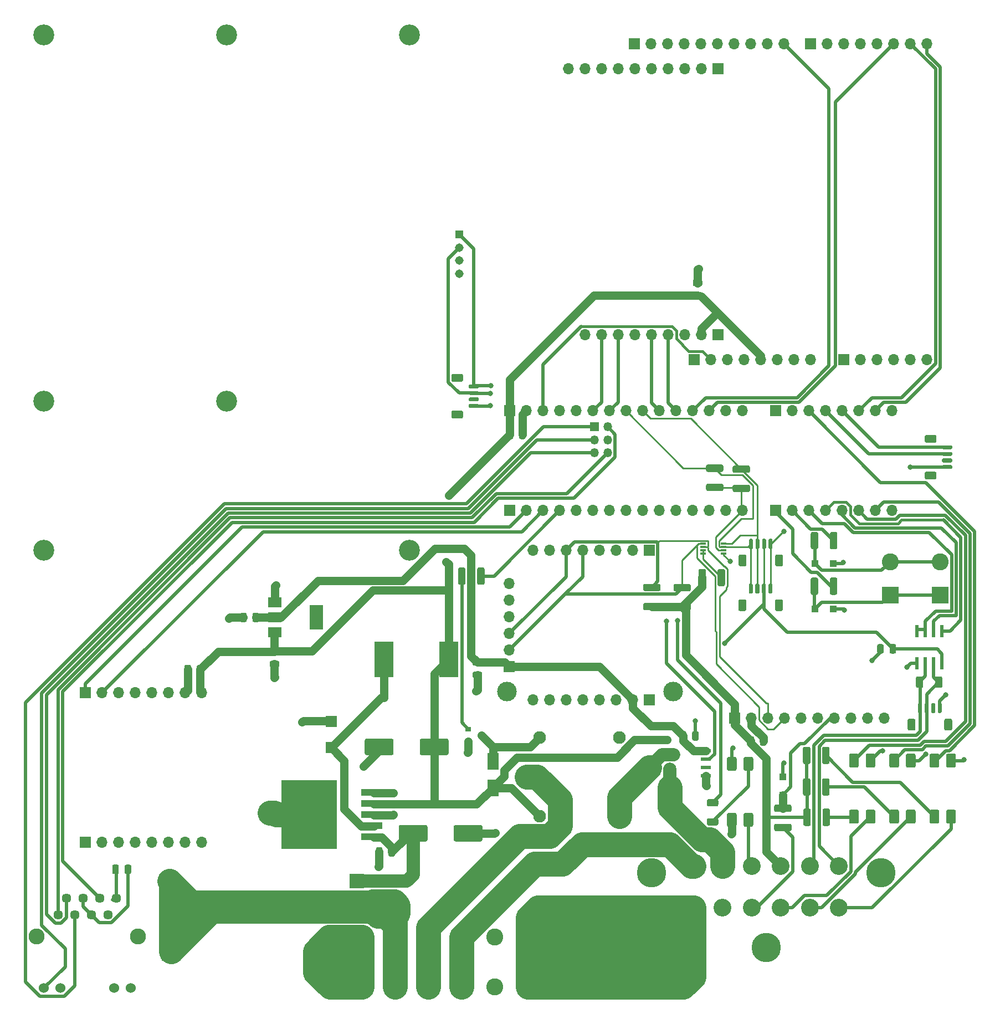
<source format=gbr>
%TF.GenerationSoftware,KiCad,Pcbnew,(5.1.12)-1*%
%TF.CreationDate,2022-01-13T07:31:42-06:00*%
%TF.ProjectId,AS12,41533132-2e6b-4696-9361-645f70636258,rev?*%
%TF.SameCoordinates,Original*%
%TF.FileFunction,Copper,L1,Top*%
%TF.FilePolarity,Positive*%
%FSLAX46Y46*%
G04 Gerber Fmt 4.6, Leading zero omitted, Abs format (unit mm)*
G04 Created by KiCad (PCBNEW (5.1.12)-1) date 2022-01-13 07:31:42*
%MOMM*%
%LPD*%
G01*
G04 APERTURE LIST*
%TA.AperFunction,ComponentPad*%
%ADD10C,3.200000*%
%TD*%
%TA.AperFunction,SMDPad,CuDef*%
%ADD11R,1.800000X1.800000*%
%TD*%
%TA.AperFunction,SMDPad,CuDef*%
%ADD12R,0.530000X1.980000*%
%TD*%
%TA.AperFunction,SMDPad,CuDef*%
%ADD13R,1.800000X2.500000*%
%TD*%
%TA.AperFunction,SMDPad,CuDef*%
%ADD14R,2.000000X1.500000*%
%TD*%
%TA.AperFunction,SMDPad,CuDef*%
%ADD15R,2.000000X3.800000*%
%TD*%
%TA.AperFunction,SMDPad,CuDef*%
%ADD16R,8.460000X10.530000*%
%TD*%
%TA.AperFunction,SMDPad,CuDef*%
%ADD17R,3.210000X1.050000*%
%TD*%
%TA.AperFunction,SMDPad,CuDef*%
%ADD18R,2.900000X5.400000*%
%TD*%
%TA.AperFunction,ComponentPad*%
%ADD19C,2.600000*%
%TD*%
%TA.AperFunction,ComponentPad*%
%ADD20R,2.600000X2.600000*%
%TD*%
%TA.AperFunction,SMDPad,CuDef*%
%ADD21R,1.100000X1.100000*%
%TD*%
%TA.AperFunction,ComponentPad*%
%ADD22O,1.700000X1.700000*%
%TD*%
%TA.AperFunction,ComponentPad*%
%ADD23R,1.700000X1.700000*%
%TD*%
%TA.AperFunction,SMDPad,CuDef*%
%ADD24R,1.550000X0.600000*%
%TD*%
%TA.AperFunction,ComponentPad*%
%ADD25C,2.445000*%
%TD*%
%TA.AperFunction,ComponentPad*%
%ADD26C,1.530000*%
%TD*%
%TA.AperFunction,ComponentPad*%
%ADD27C,1.446000*%
%TD*%
%TA.AperFunction,ComponentPad*%
%ADD28C,1.950000*%
%TD*%
%TA.AperFunction,ComponentPad*%
%ADD29C,2.250000*%
%TD*%
%TA.AperFunction,ComponentPad*%
%ADD30R,2.250000X2.250000*%
%TD*%
%TA.AperFunction,ComponentPad*%
%ADD31C,1.308000*%
%TD*%
%TA.AperFunction,ComponentPad*%
%ADD32R,1.308000X1.308000*%
%TD*%
%TA.AperFunction,ComponentPad*%
%ADD33C,3.000000*%
%TD*%
%TA.AperFunction,SMDPad,CuDef*%
%ADD34R,0.900000X0.800000*%
%TD*%
%TA.AperFunction,ComponentPad*%
%ADD35O,1.350000X1.350000*%
%TD*%
%TA.AperFunction,ComponentPad*%
%ADD36R,1.350000X1.350000*%
%TD*%
%TA.AperFunction,ComponentPad*%
%ADD37C,4.485000*%
%TD*%
%TA.AperFunction,ComponentPad*%
%ADD38C,2.715000*%
%TD*%
%TA.AperFunction,ComponentPad*%
%ADD39R,2.715000X2.715000*%
%TD*%
%TA.AperFunction,SMDPad,CuDef*%
%ADD40R,0.850000X0.300000*%
%TD*%
%TA.AperFunction,ComponentPad*%
%ADD41R,3.000000X3.000000*%
%TD*%
%TA.AperFunction,ViaPad*%
%ADD42C,0.800000*%
%TD*%
%TA.AperFunction,Conductor*%
%ADD43C,0.508000*%
%TD*%
%TA.AperFunction,Conductor*%
%ADD44C,1.270000*%
%TD*%
%TA.AperFunction,Conductor*%
%ADD45C,0.254000*%
%TD*%
%TA.AperFunction,Conductor*%
%ADD46C,3.810000*%
%TD*%
%TA.AperFunction,Conductor*%
%ADD47C,0.431800*%
%TD*%
%TA.AperFunction,Conductor*%
%ADD48C,2.032000*%
%TD*%
G04 APERTURE END LIST*
D10*
%TO.P,REF\u002A\u002A,8*%
%TO.N,N/C*%
X58601220Y-23133960D03*
X58601220Y-79133960D03*
X30601220Y-79133960D03*
X30601220Y-23133960D03*
X86481220Y-23133960D03*
X86481220Y-101873960D03*
X30601220Y-101873960D03*
%TD*%
D11*
%TO.P,D2,2*%
%TO.N,GND*%
X74554080Y-128065780D03*
%TO.P,D2,1*%
%TO.N,Net-(D2-Pad1)*%
X74554080Y-132065780D03*
%TD*%
D12*
%TO.P,U6,8*%
%TO.N,Net-(C1-Pad1)*%
X167918160Y-119186020D03*
%TO.P,U6,7*%
%TO.N,Net-(J25-Pad3)*%
X166648160Y-119186020D03*
%TO.P,U6,6*%
%TO.N,Net-(J25-Pad4)*%
X165378160Y-119186020D03*
%TO.P,U6,5*%
%TO.N,GND*%
X164108160Y-119186020D03*
%TO.P,U6,4*%
%TO.N,Net-(J10-Pad3)*%
X164108160Y-114256020D03*
%TO.P,U6,3*%
X165378160Y-114256020D03*
%TO.P,U6,2*%
%TO.N,Net-(J10-Pad5)*%
X166648160Y-114256020D03*
%TO.P,U6,1*%
%TO.N,Net-(J10-Pad4)*%
X167918160Y-114256020D03*
%TD*%
%TO.P,C6,2*%
%TO.N,GND*%
%TA.AperFunction,SMDPad,CuDef*%
G36*
G01*
X65417680Y-118786060D02*
X66367680Y-118786060D01*
G75*
G02*
X66617680Y-119036060I0J-250000D01*
G01*
X66617680Y-119536060D01*
G75*
G02*
X66367680Y-119786060I-250000J0D01*
G01*
X65417680Y-119786060D01*
G75*
G02*
X65167680Y-119536060I0J250000D01*
G01*
X65167680Y-119036060D01*
G75*
G02*
X65417680Y-118786060I250000J0D01*
G01*
G37*
%TD.AperFunction*%
%TO.P,C6,1*%
%TO.N,Net-(C10-Pad1)*%
%TA.AperFunction,SMDPad,CuDef*%
G36*
G01*
X65417680Y-116886060D02*
X66367680Y-116886060D01*
G75*
G02*
X66617680Y-117136060I0J-250000D01*
G01*
X66617680Y-117636060D01*
G75*
G02*
X66367680Y-117886060I-250000J0D01*
G01*
X65417680Y-117886060D01*
G75*
G02*
X65167680Y-117636060I0J250000D01*
G01*
X65167680Y-117136060D01*
G75*
G02*
X65417680Y-116886060I250000J0D01*
G01*
G37*
%TD.AperFunction*%
%TD*%
%TO.P,J25,MP*%
%TO.N,N/C*%
%TA.AperFunction,SMDPad,CuDef*%
G36*
G01*
X163852500Y-127892899D02*
X163852500Y-129192901D01*
G75*
G02*
X163602501Y-129442900I-249999J0D01*
G01*
X162902499Y-129442900D01*
G75*
G02*
X162652500Y-129192901I0J249999D01*
G01*
X162652500Y-127892899D01*
G75*
G02*
X162902499Y-127642900I249999J0D01*
G01*
X163602501Y-127642900D01*
G75*
G02*
X163852500Y-127892899I0J-249999D01*
G01*
G37*
%TD.AperFunction*%
%TA.AperFunction,SMDPad,CuDef*%
G36*
G01*
X169452500Y-127892899D02*
X169452500Y-129192901D01*
G75*
G02*
X169202501Y-129442900I-249999J0D01*
G01*
X168502499Y-129442900D01*
G75*
G02*
X168252500Y-129192901I0J249999D01*
G01*
X168252500Y-127892899D01*
G75*
G02*
X168502499Y-127642900I249999J0D01*
G01*
X169202501Y-127642900D01*
G75*
G02*
X169452500Y-127892899I0J-249999D01*
G01*
G37*
%TD.AperFunction*%
%TO.P,J25,4*%
%TO.N,Net-(J25-Pad4)*%
%TA.AperFunction,SMDPad,CuDef*%
G36*
G01*
X164852500Y-125392900D02*
X164852500Y-126642900D01*
G75*
G02*
X164702500Y-126792900I-150000J0D01*
G01*
X164402500Y-126792900D01*
G75*
G02*
X164252500Y-126642900I0J150000D01*
G01*
X164252500Y-125392900D01*
G75*
G02*
X164402500Y-125242900I150000J0D01*
G01*
X164702500Y-125242900D01*
G75*
G02*
X164852500Y-125392900I0J-150000D01*
G01*
G37*
%TD.AperFunction*%
%TO.P,J25,3*%
%TO.N,Net-(J25-Pad3)*%
%TA.AperFunction,SMDPad,CuDef*%
G36*
G01*
X165852500Y-125392900D02*
X165852500Y-126642900D01*
G75*
G02*
X165702500Y-126792900I-150000J0D01*
G01*
X165402500Y-126792900D01*
G75*
G02*
X165252500Y-126642900I0J150000D01*
G01*
X165252500Y-125392900D01*
G75*
G02*
X165402500Y-125242900I150000J0D01*
G01*
X165702500Y-125242900D01*
G75*
G02*
X165852500Y-125392900I0J-150000D01*
G01*
G37*
%TD.AperFunction*%
%TO.P,J25,2*%
%TO.N,Net-(J25-Pad2)*%
%TA.AperFunction,SMDPad,CuDef*%
G36*
G01*
X166852500Y-125392900D02*
X166852500Y-126642900D01*
G75*
G02*
X166702500Y-126792900I-150000J0D01*
G01*
X166402500Y-126792900D01*
G75*
G02*
X166252500Y-126642900I0J150000D01*
G01*
X166252500Y-125392900D01*
G75*
G02*
X166402500Y-125242900I150000J0D01*
G01*
X166702500Y-125242900D01*
G75*
G02*
X166852500Y-125392900I0J-150000D01*
G01*
G37*
%TD.AperFunction*%
%TO.P,J25,1*%
%TO.N,GND*%
%TA.AperFunction,SMDPad,CuDef*%
G36*
G01*
X167852500Y-125392900D02*
X167852500Y-126642900D01*
G75*
G02*
X167702500Y-126792900I-150000J0D01*
G01*
X167402500Y-126792900D01*
G75*
G02*
X167252500Y-126642900I0J150000D01*
G01*
X167252500Y-125392900D01*
G75*
G02*
X167402500Y-125242900I150000J0D01*
G01*
X167702500Y-125242900D01*
G75*
G02*
X167852500Y-125392900I0J-150000D01*
G01*
G37*
%TD.AperFunction*%
%TD*%
D13*
%TO.P,D4,2*%
%TO.N,Net-(D4-Pad2)*%
X99260660Y-134184640D03*
%TO.P,D4,1*%
%TO.N,Net-(C10-Pad1)*%
X99260660Y-138184640D03*
%TD*%
D14*
%TO.P,IC3,1*%
%TO.N,GND*%
X65960860Y-109830840D03*
%TO.P,IC3,3*%
%TO.N,Net-(C10-Pad1)*%
X65960860Y-114430840D03*
%TO.P,IC3,2*%
%TO.N,Net-(C1-Pad1)*%
X65960860Y-112130840D03*
D15*
%TO.P,IC3,4*%
%TO.N,Net-(IC3-Pad4)*%
X72260860Y-112130840D03*
%TD*%
D16*
%TO.P,IC2,6*%
%TO.N,GND*%
X71153140Y-142298420D03*
D17*
%TO.P,IC2,5*%
X80783140Y-138898420D03*
%TO.P,IC2,4*%
%TO.N,Net-(C10-Pad1)*%
X80783140Y-140598420D03*
%TO.P,IC2,3*%
%TO.N,GND*%
X80783140Y-142298420D03*
%TO.P,IC2,2*%
%TO.N,Net-(D2-Pad1)*%
X80783140Y-143998420D03*
%TO.P,IC2,1*%
%TO.N,Net-(C2-Pad1)*%
X80783140Y-145698420D03*
%TD*%
%TO.P,C2,2*%
%TO.N,GND*%
%TA.AperFunction,SMDPad,CuDef*%
G36*
G01*
X82394640Y-147520640D02*
X82394640Y-148470640D01*
G75*
G02*
X82144640Y-148720640I-250000J0D01*
G01*
X81644640Y-148720640D01*
G75*
G02*
X81394640Y-148470640I0J250000D01*
G01*
X81394640Y-147520640D01*
G75*
G02*
X81644640Y-147270640I250000J0D01*
G01*
X82144640Y-147270640D01*
G75*
G02*
X82394640Y-147520640I0J-250000D01*
G01*
G37*
%TD.AperFunction*%
%TO.P,C2,1*%
%TO.N,Net-(C2-Pad1)*%
%TA.AperFunction,SMDPad,CuDef*%
G36*
G01*
X84294640Y-147520640D02*
X84294640Y-148470640D01*
G75*
G02*
X84044640Y-148720640I-250000J0D01*
G01*
X83544640Y-148720640D01*
G75*
G02*
X83294640Y-148470640I0J250000D01*
G01*
X83294640Y-147520640D01*
G75*
G02*
X83544640Y-147270640I250000J0D01*
G01*
X84044640Y-147270640D01*
G75*
G02*
X84294640Y-147520640I0J-250000D01*
G01*
G37*
%TD.AperFunction*%
%TD*%
D18*
%TO.P,L1,2*%
%TO.N,Net-(C10-Pad1)*%
X92498720Y-118574820D03*
%TO.P,L1,1*%
%TO.N,Net-(D2-Pad1)*%
X82598720Y-118574820D03*
%TD*%
%TO.P,C10,2*%
%TO.N,GND*%
%TA.AperFunction,SMDPad,CuDef*%
G36*
G01*
X84093300Y-130942840D02*
X84093300Y-132942840D01*
G75*
G02*
X83843300Y-133192840I-250000J0D01*
G01*
X79943300Y-133192840D01*
G75*
G02*
X79693300Y-132942840I0J250000D01*
G01*
X79693300Y-130942840D01*
G75*
G02*
X79943300Y-130692840I250000J0D01*
G01*
X83843300Y-130692840D01*
G75*
G02*
X84093300Y-130942840I0J-250000D01*
G01*
G37*
%TD.AperFunction*%
%TO.P,C10,1*%
%TO.N,Net-(C10-Pad1)*%
%TA.AperFunction,SMDPad,CuDef*%
G36*
G01*
X92493300Y-130942840D02*
X92493300Y-132942840D01*
G75*
G02*
X92243300Y-133192840I-250000J0D01*
G01*
X88343300Y-133192840D01*
G75*
G02*
X88093300Y-132942840I0J250000D01*
G01*
X88093300Y-130942840D01*
G75*
G02*
X88343300Y-130692840I250000J0D01*
G01*
X92243300Y-130692840D01*
G75*
G02*
X92493300Y-130942840I0J-250000D01*
G01*
G37*
%TD.AperFunction*%
%TD*%
%TO.P,C9,2*%
%TO.N,GND*%
%TA.AperFunction,SMDPad,CuDef*%
G36*
G01*
X93269820Y-146143220D02*
X93269820Y-144143220D01*
G75*
G02*
X93519820Y-143893220I250000J0D01*
G01*
X97419820Y-143893220D01*
G75*
G02*
X97669820Y-144143220I0J-250000D01*
G01*
X97669820Y-146143220D01*
G75*
G02*
X97419820Y-146393220I-250000J0D01*
G01*
X93519820Y-146393220D01*
G75*
G02*
X93269820Y-146143220I0J250000D01*
G01*
G37*
%TD.AperFunction*%
%TO.P,C9,1*%
%TO.N,Net-(C2-Pad1)*%
%TA.AperFunction,SMDPad,CuDef*%
G36*
G01*
X84869820Y-146143220D02*
X84869820Y-144143220D01*
G75*
G02*
X85119820Y-143893220I250000J0D01*
G01*
X89019820Y-143893220D01*
G75*
G02*
X89269820Y-144143220I0J-250000D01*
G01*
X89269820Y-146143220D01*
G75*
G02*
X89019820Y-146393220I-250000J0D01*
G01*
X85119820Y-146393220D01*
G75*
G02*
X84869820Y-146143220I0J250000D01*
G01*
G37*
%TD.AperFunction*%
%TD*%
%TO.P,R14,2*%
%TO.N,Net-(J10-Pad2)*%
%TA.AperFunction,SMDPad,CuDef*%
G36*
G01*
X150775240Y-101493901D02*
X150775240Y-99343899D01*
G75*
G02*
X151025239Y-99093900I249999J0D01*
G01*
X151650241Y-99093900D01*
G75*
G02*
X151900240Y-99343899I0J-249999D01*
G01*
X151900240Y-101493901D01*
G75*
G02*
X151650241Y-101743900I-249999J0D01*
G01*
X151025239Y-101743900D01*
G75*
G02*
X150775240Y-101493901I0J249999D01*
G01*
G37*
%TD.AperFunction*%
%TO.P,R14,1*%
%TO.N,Net-(D5-Pad1)*%
%TA.AperFunction,SMDPad,CuDef*%
G36*
G01*
X147850240Y-101493901D02*
X147850240Y-99343899D01*
G75*
G02*
X148100239Y-99093900I249999J0D01*
G01*
X148725241Y-99093900D01*
G75*
G02*
X148975240Y-99343899I0J-249999D01*
G01*
X148975240Y-101493901D01*
G75*
G02*
X148725241Y-101743900I-249999J0D01*
G01*
X148100239Y-101743900D01*
G75*
G02*
X147850240Y-101493901I0J249999D01*
G01*
G37*
%TD.AperFunction*%
%TD*%
%TO.P,R13,2*%
%TO.N,Net-(J10-Pad1)*%
%TA.AperFunction,SMDPad,CuDef*%
G36*
G01*
X150775240Y-108465353D02*
X150775240Y-106315351D01*
G75*
G02*
X151025239Y-106065352I249999J0D01*
G01*
X151650241Y-106065352D01*
G75*
G02*
X151900240Y-106315351I0J-249999D01*
G01*
X151900240Y-108465353D01*
G75*
G02*
X151650241Y-108715352I-249999J0D01*
G01*
X151025239Y-108715352D01*
G75*
G02*
X150775240Y-108465353I0J249999D01*
G01*
G37*
%TD.AperFunction*%
%TO.P,R13,1*%
%TO.N,Net-(D6-Pad1)*%
%TA.AperFunction,SMDPad,CuDef*%
G36*
G01*
X147850240Y-108465353D02*
X147850240Y-106315351D01*
G75*
G02*
X148100239Y-106065352I249999J0D01*
G01*
X148725241Y-106065352D01*
G75*
G02*
X148975240Y-106315351I0J-249999D01*
G01*
X148975240Y-108465353D01*
G75*
G02*
X148725241Y-108715352I-249999J0D01*
G01*
X148100239Y-108715352D01*
G75*
G02*
X147850240Y-108465353I0J249999D01*
G01*
G37*
%TD.AperFunction*%
%TD*%
D19*
%TO.P,KF2,2*%
%TO.N,Net-(D5-Pad1)*%
X159990660Y-103659940D03*
X167610660Y-103659940D03*
D20*
%TO.P,KF2,1*%
%TO.N,Net-(D6-Pad1)*%
X159990660Y-108739940D03*
X167610660Y-108739940D03*
%TD*%
D21*
%TO.P,D6,2*%
%TO.N,GND*%
X151292740Y-110876080D03*
%TO.P,D6,1*%
%TO.N,Net-(D6-Pad1)*%
X148492740Y-110876080D03*
%TD*%
%TO.P,D5,2*%
%TO.N,GND*%
X151292740Y-103904626D03*
%TO.P,D5,1*%
%TO.N,Net-(D5-Pad1)*%
X148492740Y-103904626D03*
%TD*%
%TO.P,R12,2*%
%TO.N,Net-(R12-Pad2)*%
%TA.AperFunction,SMDPad,CuDef*%
G36*
G01*
X132222079Y-142837740D02*
X133472081Y-142837740D01*
G75*
G02*
X133722080Y-143087739I0J-249999D01*
G01*
X133722080Y-143712741D01*
G75*
G02*
X133472081Y-143962740I-249999J0D01*
G01*
X132222079Y-143962740D01*
G75*
G02*
X131972080Y-143712741I0J249999D01*
G01*
X131972080Y-143087739D01*
G75*
G02*
X132222079Y-142837740I249999J0D01*
G01*
G37*
%TD.AperFunction*%
%TO.P,R12,1*%
%TO.N,Net-(J9-Pad13)*%
%TA.AperFunction,SMDPad,CuDef*%
G36*
G01*
X132222079Y-139912740D02*
X133472081Y-139912740D01*
G75*
G02*
X133722080Y-140162739I0J-249999D01*
G01*
X133722080Y-140787741D01*
G75*
G02*
X133472081Y-141037740I-249999J0D01*
G01*
X132222079Y-141037740D01*
G75*
G02*
X131972080Y-140787741I0J249999D01*
G01*
X131972080Y-140162739D01*
G75*
G02*
X132222079Y-139912740I249999J0D01*
G01*
G37*
%TD.AperFunction*%
%TD*%
%TO.P,R11,2*%
%TO.N,Net-(J25-Pad4)*%
%TA.AperFunction,SMDPad,CuDef*%
G36*
G01*
X165038200Y-121432159D02*
X165038200Y-122682161D01*
G75*
G02*
X164788201Y-122932160I-249999J0D01*
G01*
X164163199Y-122932160D01*
G75*
G02*
X163913200Y-122682161I0J249999D01*
G01*
X163913200Y-121432159D01*
G75*
G02*
X164163199Y-121182160I249999J0D01*
G01*
X164788201Y-121182160D01*
G75*
G02*
X165038200Y-121432159I0J-249999D01*
G01*
G37*
%TD.AperFunction*%
%TO.P,R11,1*%
%TO.N,Net-(J25-Pad3)*%
%TA.AperFunction,SMDPad,CuDef*%
G36*
G01*
X167963200Y-121432159D02*
X167963200Y-122682161D01*
G75*
G02*
X167713201Y-122932160I-249999J0D01*
G01*
X167088199Y-122932160D01*
G75*
G02*
X166838200Y-122682161I0J249999D01*
G01*
X166838200Y-121432159D01*
G75*
G02*
X167088199Y-121182160I249999J0D01*
G01*
X167713201Y-121182160D01*
G75*
G02*
X167963200Y-121432159I0J-249999D01*
G01*
G37*
%TD.AperFunction*%
%TD*%
%TO.P,U7,4*%
%TO.N,Net-(J3-Pad3)*%
%TA.AperFunction,SMDPad,CuDef*%
G36*
G01*
X137847180Y-142023000D02*
X138794380Y-142023000D01*
G75*
G02*
X139060780Y-142289400I0J-266400D01*
G01*
X139060780Y-143906600D01*
G75*
G02*
X138794380Y-144173000I-266400J0D01*
G01*
X137847180Y-144173000D01*
G75*
G02*
X137580780Y-143906600I0J266400D01*
G01*
X137580780Y-142289400D01*
G75*
G02*
X137847180Y-142023000I266400J0D01*
G01*
G37*
%TD.AperFunction*%
%TO.P,U7,3*%
%TO.N,GND*%
%TA.AperFunction,SMDPad,CuDef*%
G36*
G01*
X135307180Y-142023000D02*
X136254380Y-142023000D01*
G75*
G02*
X136520780Y-142289400I0J-266400D01*
G01*
X136520780Y-143906600D01*
G75*
G02*
X136254380Y-144173000I-266400J0D01*
G01*
X135307180Y-144173000D01*
G75*
G02*
X135040780Y-143906600I0J266400D01*
G01*
X135040780Y-142289400D01*
G75*
G02*
X135307180Y-142023000I266400J0D01*
G01*
G37*
%TD.AperFunction*%
%TO.P,U7,2*%
%TA.AperFunction,SMDPad,CuDef*%
G36*
G01*
X135307180Y-133463000D02*
X136254380Y-133463000D01*
G75*
G02*
X136520780Y-133729400I0J-266400D01*
G01*
X136520780Y-135346600D01*
G75*
G02*
X136254380Y-135613000I-266400J0D01*
G01*
X135307180Y-135613000D01*
G75*
G02*
X135040780Y-135346600I0J266400D01*
G01*
X135040780Y-133729400D01*
G75*
G02*
X135307180Y-133463000I266400J0D01*
G01*
G37*
%TD.AperFunction*%
%TO.P,U7,1*%
%TO.N,Net-(R12-Pad2)*%
%TA.AperFunction,SMDPad,CuDef*%
G36*
G01*
X137847180Y-133463000D02*
X138794380Y-133463000D01*
G75*
G02*
X139060780Y-133729400I0J-266400D01*
G01*
X139060780Y-135346600D01*
G75*
G02*
X138794380Y-135613000I-266400J0D01*
G01*
X137847180Y-135613000D01*
G75*
G02*
X137580780Y-135346600I0J266400D01*
G01*
X137580780Y-133729400D01*
G75*
G02*
X137847180Y-133463000I266400J0D01*
G01*
G37*
%TD.AperFunction*%
%TD*%
%TO.P,R10,2*%
%TO.N,Net-(J9-Pad4)*%
%TA.AperFunction,SMDPad,CuDef*%
G36*
G01*
X96878980Y-106929503D02*
X96878980Y-104779497D01*
G75*
G02*
X97128977Y-104529500I249997J0D01*
G01*
X97753983Y-104529500D01*
G75*
G02*
X98003980Y-104779497I0J-249997D01*
G01*
X98003980Y-106929503D01*
G75*
G02*
X97753983Y-107179500I-249997J0D01*
G01*
X97128977Y-107179500D01*
G75*
G02*
X96878980Y-106929503I0J249997D01*
G01*
G37*
%TD.AperFunction*%
%TO.P,R10,1*%
%TO.N,Net-(Q1-Pad1)*%
%TA.AperFunction,SMDPad,CuDef*%
G36*
G01*
X93953980Y-106929503D02*
X93953980Y-104779497D01*
G75*
G02*
X94203977Y-104529500I249997J0D01*
G01*
X94828983Y-104529500D01*
G75*
G02*
X95078980Y-104779497I0J-249997D01*
G01*
X95078980Y-106929503D01*
G75*
G02*
X94828983Y-107179500I-249997J0D01*
G01*
X94203977Y-107179500D01*
G75*
G02*
X93953980Y-106929503I0J249997D01*
G01*
G37*
%TD.AperFunction*%
%TD*%
%TO.P,C5,2*%
%TO.N,GND*%
%TA.AperFunction,SMDPad,CuDef*%
G36*
G01*
X129733460Y-130736360D02*
X129733460Y-129786360D01*
G75*
G02*
X129983460Y-129536360I250000J0D01*
G01*
X130483460Y-129536360D01*
G75*
G02*
X130733460Y-129786360I0J-250000D01*
G01*
X130733460Y-130736360D01*
G75*
G02*
X130483460Y-130986360I-250000J0D01*
G01*
X129983460Y-130986360D01*
G75*
G02*
X129733460Y-130736360I0J250000D01*
G01*
G37*
%TD.AperFunction*%
%TO.P,C5,1*%
%TO.N,Net-(C1-Pad1)*%
%TA.AperFunction,SMDPad,CuDef*%
G36*
G01*
X127833460Y-130736360D02*
X127833460Y-129786360D01*
G75*
G02*
X128083460Y-129536360I250000J0D01*
G01*
X128583460Y-129536360D01*
G75*
G02*
X128833460Y-129786360I0J-250000D01*
G01*
X128833460Y-130736360D01*
G75*
G02*
X128583460Y-130986360I-250000J0D01*
G01*
X128083460Y-130986360D01*
G75*
G02*
X127833460Y-130736360I0J250000D01*
G01*
G37*
%TD.AperFunction*%
%TD*%
D22*
%TO.P,J24,8*%
%TO.N,Net-(C10-Pad1)*%
X54795000Y-123679400D03*
%TO.P,J24,7*%
%TO.N,GND*%
X52255000Y-123679400D03*
%TO.P,J24,6*%
%TO.N,Net-(J24-Pad6)*%
X49715000Y-123679400D03*
%TO.P,J24,5*%
%TO.N,Net-(J24-Pad5)*%
X47175000Y-123679400D03*
%TO.P,J24,4*%
%TO.N,Net-(J24-Pad4)*%
X44635000Y-123679400D03*
%TO.P,J24,3*%
%TO.N,Net-(J24-Pad3)*%
X42095000Y-123679400D03*
%TO.P,J24,2*%
%TO.N,Net-(J24-Pad2)*%
X39555000Y-123679400D03*
D23*
%TO.P,J24,1*%
%TO.N,Net-(J24-Pad1)*%
X37015000Y-123679400D03*
%TD*%
D22*
%TO.P,J2,8*%
%TO.N,Net-(J2-Pad8)*%
X54795000Y-146539400D03*
%TO.P,J2,7*%
%TO.N,Net-(J2-Pad7)*%
X52255000Y-146539400D03*
%TO.P,J2,6*%
%TO.N,Net-(J2-Pad6)*%
X49715000Y-146539400D03*
%TO.P,J2,5*%
%TO.N,Net-(J2-Pad5)*%
X47175000Y-146539400D03*
%TO.P,J2,4*%
%TO.N,Net-(J2-Pad4)*%
X44635000Y-146539400D03*
%TO.P,J2,3*%
%TO.N,Net-(J2-Pad3)*%
X42095000Y-146539400D03*
%TO.P,J2,2*%
%TO.N,Net-(J2-Pad2)*%
X39555000Y-146539400D03*
D23*
%TO.P,J2,1*%
%TO.N,Net-(J2-Pad1)*%
X37015000Y-146539400D03*
%TD*%
%TO.P,C13,2*%
%TO.N,GND*%
%TA.AperFunction,SMDPad,CuDef*%
G36*
G01*
X53136380Y-119651760D02*
X53136380Y-120601760D01*
G75*
G02*
X52886380Y-120851760I-250000J0D01*
G01*
X52386380Y-120851760D01*
G75*
G02*
X52136380Y-120601760I0J250000D01*
G01*
X52136380Y-119651760D01*
G75*
G02*
X52386380Y-119401760I250000J0D01*
G01*
X52886380Y-119401760D01*
G75*
G02*
X53136380Y-119651760I0J-250000D01*
G01*
G37*
%TD.AperFunction*%
%TO.P,C13,1*%
%TO.N,Net-(C10-Pad1)*%
%TA.AperFunction,SMDPad,CuDef*%
G36*
G01*
X55036380Y-119651760D02*
X55036380Y-120601760D01*
G75*
G02*
X54786380Y-120851760I-250000J0D01*
G01*
X54286380Y-120851760D01*
G75*
G02*
X54036380Y-120601760I0J250000D01*
G01*
X54036380Y-119651760D01*
G75*
G02*
X54286380Y-119401760I250000J0D01*
G01*
X54786380Y-119401760D01*
G75*
G02*
X55036380Y-119651760I0J-250000D01*
G01*
G37*
%TD.AperFunction*%
%TD*%
D24*
%TO.P,U4,5*%
%TO.N,GND*%
X131843760Y-136382760D03*
%TO.P,U4,6*%
%TO.N,Net-(U4-Pad6)*%
X131843760Y-135112760D03*
%TO.P,U4,8*%
%TO.N,Net-(C1-Pad1)*%
X131843760Y-132572760D03*
%TO.P,U4,4*%
%TO.N,Net-(J3-Pad2)*%
X126443760Y-136382760D03*
%TO.P,U4,3*%
X126443760Y-135112760D03*
%TO.P,U4,1*%
%TO.N,Net-(K1-Pad4)*%
X126443760Y-132572760D03*
%TO.P,U4,7*%
%TO.N,Net-(J9-Pad12)*%
X131843760Y-133842760D03*
%TO.P,U4,2*%
%TO.N,Net-(K1-Pad4)*%
X126443760Y-133842760D03*
%TD*%
%TO.P,U2,4*%
%TO.N,Net-(J10-Pad7)*%
%TA.AperFunction,SMDPad,CuDef*%
G36*
G01*
X161065600Y-135113000D02*
X160118400Y-135113000D01*
G75*
G02*
X159852000Y-134846600I0J266400D01*
G01*
X159852000Y-133229400D01*
G75*
G02*
X160118400Y-132963000I266400J0D01*
G01*
X161065600Y-132963000D01*
G75*
G02*
X161332000Y-133229400I0J-266400D01*
G01*
X161332000Y-134846600D01*
G75*
G02*
X161065600Y-135113000I-266400J0D01*
G01*
G37*
%TD.AperFunction*%
%TO.P,U2,3*%
%TO.N,GND*%
%TA.AperFunction,SMDPad,CuDef*%
G36*
G01*
X163605600Y-135113000D02*
X162658400Y-135113000D01*
G75*
G02*
X162392000Y-134846600I0J266400D01*
G01*
X162392000Y-133229400D01*
G75*
G02*
X162658400Y-132963000I266400J0D01*
G01*
X163605600Y-132963000D01*
G75*
G02*
X163872000Y-133229400I0J-266400D01*
G01*
X163872000Y-134846600D01*
G75*
G02*
X163605600Y-135113000I-266400J0D01*
G01*
G37*
%TD.AperFunction*%
%TO.P,U2,2*%
%TO.N,Net-(J3-Pad8)*%
%TA.AperFunction,SMDPad,CuDef*%
G36*
G01*
X163605600Y-143673000D02*
X162658400Y-143673000D01*
G75*
G02*
X162392000Y-143406600I0J266400D01*
G01*
X162392000Y-141789400D01*
G75*
G02*
X162658400Y-141523000I266400J0D01*
G01*
X163605600Y-141523000D01*
G75*
G02*
X163872000Y-141789400I0J-266400D01*
G01*
X163872000Y-143406600D01*
G75*
G02*
X163605600Y-143673000I-266400J0D01*
G01*
G37*
%TD.AperFunction*%
%TO.P,U2,1*%
%TO.N,Net-(R2-Pad2)*%
%TA.AperFunction,SMDPad,CuDef*%
G36*
G01*
X161065600Y-143673000D02*
X160118400Y-143673000D01*
G75*
G02*
X159852000Y-143406600I0J266400D01*
G01*
X159852000Y-141789400D01*
G75*
G02*
X160118400Y-141523000I266400J0D01*
G01*
X161065600Y-141523000D01*
G75*
G02*
X161332000Y-141789400I0J-266400D01*
G01*
X161332000Y-143406600D01*
G75*
G02*
X161065600Y-143673000I-266400J0D01*
G01*
G37*
%TD.AperFunction*%
%TD*%
%TO.P,U1,4*%
%TO.N,Net-(J10-Pad6)*%
%TA.AperFunction,SMDPad,CuDef*%
G36*
G01*
X154915600Y-135113000D02*
X153968400Y-135113000D01*
G75*
G02*
X153702000Y-134846600I0J266400D01*
G01*
X153702000Y-133229400D01*
G75*
G02*
X153968400Y-132963000I266400J0D01*
G01*
X154915600Y-132963000D01*
G75*
G02*
X155182000Y-133229400I0J-266400D01*
G01*
X155182000Y-134846600D01*
G75*
G02*
X154915600Y-135113000I-266400J0D01*
G01*
G37*
%TD.AperFunction*%
%TO.P,U1,3*%
%TO.N,GND*%
%TA.AperFunction,SMDPad,CuDef*%
G36*
G01*
X157455600Y-135113000D02*
X156508400Y-135113000D01*
G75*
G02*
X156242000Y-134846600I0J266400D01*
G01*
X156242000Y-133229400D01*
G75*
G02*
X156508400Y-132963000I266400J0D01*
G01*
X157455600Y-132963000D01*
G75*
G02*
X157722000Y-133229400I0J-266400D01*
G01*
X157722000Y-134846600D01*
G75*
G02*
X157455600Y-135113000I-266400J0D01*
G01*
G37*
%TD.AperFunction*%
%TO.P,U1,2*%
%TO.N,Net-(J3-Pad9)*%
%TA.AperFunction,SMDPad,CuDef*%
G36*
G01*
X157455600Y-143673000D02*
X156508400Y-143673000D01*
G75*
G02*
X156242000Y-143406600I0J266400D01*
G01*
X156242000Y-141789400D01*
G75*
G02*
X156508400Y-141523000I266400J0D01*
G01*
X157455600Y-141523000D01*
G75*
G02*
X157722000Y-141789400I0J-266400D01*
G01*
X157722000Y-143406600D01*
G75*
G02*
X157455600Y-143673000I-266400J0D01*
G01*
G37*
%TD.AperFunction*%
%TO.P,U1,1*%
%TO.N,Net-(R1-Pad2)*%
%TA.AperFunction,SMDPad,CuDef*%
G36*
G01*
X154915600Y-143673000D02*
X153968400Y-143673000D01*
G75*
G02*
X153702000Y-143406600I0J266400D01*
G01*
X153702000Y-141789400D01*
G75*
G02*
X153968400Y-141523000I266400J0D01*
G01*
X154915600Y-141523000D01*
G75*
G02*
X155182000Y-141789400I0J-266400D01*
G01*
X155182000Y-143406600D01*
G75*
G02*
X154915600Y-143673000I-266400J0D01*
G01*
G37*
%TD.AperFunction*%
%TD*%
D25*
%TO.P,J12,MH2*%
%TO.N,N/C*%
X45006800Y-160873980D03*
%TO.P,J12,MH1*%
X29516800Y-160873980D03*
D26*
%TO.P,J12,12*%
%TO.N,Net-(J12-Pad12)*%
X43886800Y-168823980D03*
%TO.P,J12,11*%
%TO.N,Net-(J12-Pad11)*%
X41346800Y-168823980D03*
%TO.P,J12,10*%
%TO.N,GND*%
X33176800Y-168823980D03*
%TO.P,J12,9*%
%TO.N,Net-(J11-Pad3)*%
X30636800Y-168823980D03*
D27*
%TO.P,J12,8*%
%TO.N,GND*%
X41706800Y-155033980D03*
%TO.P,J12,7*%
%TO.N,Net-(J12-Pad7)*%
X40436800Y-157573980D03*
%TO.P,J12,6*%
%TO.N,Net-(J11-Pad2)*%
X39166800Y-155033980D03*
%TO.P,J12,5*%
%TO.N,Net-(C8-Pad1)*%
X37896800Y-157573980D03*
%TO.P,J12,4*%
X36626800Y-155033980D03*
%TO.P,J12,3*%
%TO.N,Net-(J11-Pad1)*%
X35356800Y-157573980D03*
%TO.P,J12,2*%
%TO.N,Net-(J11-Pad5)*%
X34086800Y-155033980D03*
%TO.P,J12,1*%
%TO.N,Net-(J11-Pad6)*%
X32816800Y-157573980D03*
%TD*%
D28*
%TO.P,K1,5*%
%TO.N,Net-(K1-Pad5)*%
X118628540Y-130497580D03*
%TO.P,K1,4*%
%TO.N,Net-(K1-Pad4)*%
X118628540Y-142497580D03*
%TO.P,K1,3*%
%TO.N,Net-(C10-Pad1)*%
X106428540Y-142497580D03*
D29*
%TO.P,K1,2*%
%TO.N,Net-(K1-Pad2)*%
X104428540Y-136497580D03*
D28*
%TO.P,K1,1*%
%TO.N,Net-(D4-Pad2)*%
X106428540Y-130497580D03*
%TD*%
D19*
%TO.P,KF1,6*%
%TO.N,Net-(J3-Pad12)*%
X104622600Y-161034600D03*
X104622600Y-168654600D03*
%TO.P,KF1,5*%
%TO.N,GND*%
X99542600Y-161034600D03*
X99542600Y-168654600D03*
%TO.P,KF1,4*%
%TO.N,Net-(J3-Pad1)*%
X94462600Y-161034600D03*
X94462600Y-168654600D03*
%TO.P,KF1,3*%
%TO.N,Net-(K1-Pad2)*%
X89382600Y-161034600D03*
X89382600Y-168654600D03*
%TO.P,KF1,2*%
%TO.N,Net-(D3-Pad2)*%
X84302600Y-161034600D03*
X84302600Y-168654600D03*
D20*
%TO.P,KF1,1*%
%TO.N,Net-(F1-Pad2)*%
X79222600Y-161034600D03*
X79222600Y-168654600D03*
%TD*%
D29*
%TO.P,D3,2*%
%TO.N,Net-(D3-Pad2)*%
X49893620Y-152481280D03*
D30*
%TO.P,D3,1*%
%TO.N,Net-(C2-Pad1)*%
X78493620Y-152481280D03*
%TD*%
%TO.P,J15,MP*%
%TO.N,N/C*%
%TA.AperFunction,SMDPad,CuDef*%
G36*
G01*
X166810601Y-85480800D02*
X165510599Y-85480800D01*
G75*
G02*
X165260600Y-85230801I0J249999D01*
G01*
X165260600Y-84530799D01*
G75*
G02*
X165510599Y-84280800I249999J0D01*
G01*
X166810601Y-84280800D01*
G75*
G02*
X167060600Y-84530799I0J-249999D01*
G01*
X167060600Y-85230801D01*
G75*
G02*
X166810601Y-85480800I-249999J0D01*
G01*
G37*
%TD.AperFunction*%
%TA.AperFunction,SMDPad,CuDef*%
G36*
G01*
X166810601Y-91080800D02*
X165510599Y-91080800D01*
G75*
G02*
X165260600Y-90830801I0J249999D01*
G01*
X165260600Y-90130799D01*
G75*
G02*
X165510599Y-89880800I249999J0D01*
G01*
X166810601Y-89880800D01*
G75*
G02*
X167060600Y-90130799I0J-249999D01*
G01*
X167060600Y-90830801D01*
G75*
G02*
X166810601Y-91080800I-249999J0D01*
G01*
G37*
%TD.AperFunction*%
%TO.P,J15,4*%
%TO.N,Net-(J14-Pad5)*%
%TA.AperFunction,SMDPad,CuDef*%
G36*
G01*
X169310600Y-86480800D02*
X168060600Y-86480800D01*
G75*
G02*
X167910600Y-86330800I0J150000D01*
G01*
X167910600Y-86030800D01*
G75*
G02*
X168060600Y-85880800I150000J0D01*
G01*
X169310600Y-85880800D01*
G75*
G02*
X169460600Y-86030800I0J-150000D01*
G01*
X169460600Y-86330800D01*
G75*
G02*
X169310600Y-86480800I-150000J0D01*
G01*
G37*
%TD.AperFunction*%
%TO.P,J15,3*%
%TO.N,Net-(J14-Pad4)*%
%TA.AperFunction,SMDPad,CuDef*%
G36*
G01*
X169310600Y-87480800D02*
X168060600Y-87480800D01*
G75*
G02*
X167910600Y-87330800I0J150000D01*
G01*
X167910600Y-87030800D01*
G75*
G02*
X168060600Y-86880800I150000J0D01*
G01*
X169310600Y-86880800D01*
G75*
G02*
X169460600Y-87030800I0J-150000D01*
G01*
X169460600Y-87330800D01*
G75*
G02*
X169310600Y-87480800I-150000J0D01*
G01*
G37*
%TD.AperFunction*%
%TO.P,J15,2*%
%TO.N,Net-(J15-Pad2)*%
%TA.AperFunction,SMDPad,CuDef*%
G36*
G01*
X169310600Y-88480800D02*
X168060600Y-88480800D01*
G75*
G02*
X167910600Y-88330800I0J150000D01*
G01*
X167910600Y-88030800D01*
G75*
G02*
X168060600Y-87880800I150000J0D01*
G01*
X169310600Y-87880800D01*
G75*
G02*
X169460600Y-88030800I0J-150000D01*
G01*
X169460600Y-88330800D01*
G75*
G02*
X169310600Y-88480800I-150000J0D01*
G01*
G37*
%TD.AperFunction*%
%TO.P,J15,1*%
%TO.N,GND*%
%TA.AperFunction,SMDPad,CuDef*%
G36*
G01*
X169310600Y-89480800D02*
X168060600Y-89480800D01*
G75*
G02*
X167910600Y-89330800I0J150000D01*
G01*
X167910600Y-89030800D01*
G75*
G02*
X168060600Y-88880800I150000J0D01*
G01*
X169310600Y-88880800D01*
G75*
G02*
X169460600Y-89030800I0J-150000D01*
G01*
X169460600Y-89330800D01*
G75*
G02*
X169310600Y-89480800I-150000J0D01*
G01*
G37*
%TD.AperFunction*%
%TD*%
%TO.P,C4,2*%
%TO.N,GND*%
%TA.AperFunction,SMDPad,CuDef*%
G36*
G01*
X96415840Y-120437060D02*
X97365840Y-120437060D01*
G75*
G02*
X97615840Y-120687060I0J-250000D01*
G01*
X97615840Y-121187060D01*
G75*
G02*
X97365840Y-121437060I-250000J0D01*
G01*
X96415840Y-121437060D01*
G75*
G02*
X96165840Y-121187060I0J250000D01*
G01*
X96165840Y-120687060D01*
G75*
G02*
X96415840Y-120437060I250000J0D01*
G01*
G37*
%TD.AperFunction*%
%TO.P,C4,1*%
%TO.N,Net-(C1-Pad1)*%
%TA.AperFunction,SMDPad,CuDef*%
G36*
G01*
X96415840Y-118537060D02*
X97365840Y-118537060D01*
G75*
G02*
X97615840Y-118787060I0J-250000D01*
G01*
X97615840Y-119287060D01*
G75*
G02*
X97365840Y-119537060I-250000J0D01*
G01*
X96415840Y-119537060D01*
G75*
G02*
X96165840Y-119287060I0J250000D01*
G01*
X96165840Y-118787060D01*
G75*
G02*
X96415840Y-118537060I250000J0D01*
G01*
G37*
%TD.AperFunction*%
%TD*%
%TO.P,C1,2*%
%TO.N,GND*%
%TA.AperFunction,SMDPad,CuDef*%
G36*
G01*
X158988340Y-116486920D02*
X158988340Y-117436920D01*
G75*
G02*
X158738340Y-117686920I-250000J0D01*
G01*
X158238340Y-117686920D01*
G75*
G02*
X157988340Y-117436920I0J250000D01*
G01*
X157988340Y-116486920D01*
G75*
G02*
X158238340Y-116236920I250000J0D01*
G01*
X158738340Y-116236920D01*
G75*
G02*
X158988340Y-116486920I0J-250000D01*
G01*
G37*
%TD.AperFunction*%
%TO.P,C1,1*%
%TO.N,Net-(C1-Pad1)*%
%TA.AperFunction,SMDPad,CuDef*%
G36*
G01*
X160888340Y-116486920D02*
X160888340Y-117436920D01*
G75*
G02*
X160638340Y-117686920I-250000J0D01*
G01*
X160138340Y-117686920D01*
G75*
G02*
X159888340Y-117436920I0J250000D01*
G01*
X159888340Y-116486920D01*
G75*
G02*
X160138340Y-116236920I250000J0D01*
G01*
X160638340Y-116236920D01*
G75*
G02*
X160888340Y-116486920I0J-250000D01*
G01*
G37*
%TD.AperFunction*%
%TD*%
D31*
%TO.P,J23,4*%
%TO.N,GND*%
X94145100Y-59654700D03*
%TO.P,J23,3*%
%TO.N,Net-(J23-Pad3)*%
X94145100Y-57654700D03*
%TO.P,J23,2*%
%TO.N,Net-(J13-Pad4)*%
X94145100Y-55654700D03*
D32*
%TO.P,J23,1*%
%TO.N,Net-(J13-Pad5)*%
X94145100Y-53654700D03*
%TD*%
D33*
%TO.P,REF\u002A\u002A,*%
%TO.N,*%
X101408560Y-123496400D03*
X126808560Y-123496400D03*
%TD*%
%TO.P,U3,4*%
%TO.N,Net-(J14-Pad3)*%
%TA.AperFunction,SMDPad,CuDef*%
G36*
G01*
X167215600Y-135113000D02*
X166268400Y-135113000D01*
G75*
G02*
X166002000Y-134846600I0J266400D01*
G01*
X166002000Y-133229400D01*
G75*
G02*
X166268400Y-132963000I266400J0D01*
G01*
X167215600Y-132963000D01*
G75*
G02*
X167482000Y-133229400I0J-266400D01*
G01*
X167482000Y-134846600D01*
G75*
G02*
X167215600Y-135113000I-266400J0D01*
G01*
G37*
%TD.AperFunction*%
%TO.P,U3,3*%
%TO.N,GND*%
%TA.AperFunction,SMDPad,CuDef*%
G36*
G01*
X169755600Y-135113000D02*
X168808400Y-135113000D01*
G75*
G02*
X168542000Y-134846600I0J266400D01*
G01*
X168542000Y-133229400D01*
G75*
G02*
X168808400Y-132963000I266400J0D01*
G01*
X169755600Y-132963000D01*
G75*
G02*
X170022000Y-133229400I0J-266400D01*
G01*
X170022000Y-134846600D01*
G75*
G02*
X169755600Y-135113000I-266400J0D01*
G01*
G37*
%TD.AperFunction*%
%TO.P,U3,2*%
%TO.N,Net-(J3-Pad7)*%
%TA.AperFunction,SMDPad,CuDef*%
G36*
G01*
X169755600Y-143673000D02*
X168808400Y-143673000D01*
G75*
G02*
X168542000Y-143406600I0J266400D01*
G01*
X168542000Y-141789400D01*
G75*
G02*
X168808400Y-141523000I266400J0D01*
G01*
X169755600Y-141523000D01*
G75*
G02*
X170022000Y-141789400I0J-266400D01*
G01*
X170022000Y-143406600D01*
G75*
G02*
X169755600Y-143673000I-266400J0D01*
G01*
G37*
%TD.AperFunction*%
%TO.P,U3,1*%
%TO.N,Net-(R3-Pad2)*%
%TA.AperFunction,SMDPad,CuDef*%
G36*
G01*
X167215600Y-143673000D02*
X166268400Y-143673000D01*
G75*
G02*
X166002000Y-143406600I0J266400D01*
G01*
X166002000Y-141789400D01*
G75*
G02*
X166268400Y-141523000I266400J0D01*
G01*
X167215600Y-141523000D01*
G75*
G02*
X167482000Y-141789400I0J-266400D01*
G01*
X167482000Y-143406600D01*
G75*
G02*
X167215600Y-143673000I-266400J0D01*
G01*
G37*
%TD.AperFunction*%
%TD*%
%TO.P,R9,2*%
%TO.N,Net-(IC1-Pad4)*%
%TA.AperFunction,SMDPad,CuDef*%
G36*
G01*
X138311203Y-90082800D02*
X136161197Y-90082800D01*
G75*
G02*
X135911200Y-89832803I0J249997D01*
G01*
X135911200Y-89207797D01*
G75*
G02*
X136161197Y-88957800I249997J0D01*
G01*
X138311203Y-88957800D01*
G75*
G02*
X138561200Y-89207797I0J-249997D01*
G01*
X138561200Y-89832803D01*
G75*
G02*
X138311203Y-90082800I-249997J0D01*
G01*
G37*
%TD.AperFunction*%
%TO.P,R9,1*%
%TO.N,Net-(IC1-Pad2)*%
%TA.AperFunction,SMDPad,CuDef*%
G36*
G01*
X138311203Y-93007800D02*
X136161197Y-93007800D01*
G75*
G02*
X135911200Y-92757803I0J249997D01*
G01*
X135911200Y-92132797D01*
G75*
G02*
X136161197Y-91882800I249997J0D01*
G01*
X138311203Y-91882800D01*
G75*
G02*
X138561200Y-92132797I0J-249997D01*
G01*
X138561200Y-92757803D01*
G75*
G02*
X138311203Y-93007800I-249997J0D01*
G01*
G37*
%TD.AperFunction*%
%TD*%
%TO.P,R8,2*%
%TO.N,Net-(IC1-Pad3)*%
%TA.AperFunction,SMDPad,CuDef*%
G36*
G01*
X134247203Y-89930400D02*
X132097197Y-89930400D01*
G75*
G02*
X131847200Y-89680403I0J249997D01*
G01*
X131847200Y-89055397D01*
G75*
G02*
X132097197Y-88805400I249997J0D01*
G01*
X134247203Y-88805400D01*
G75*
G02*
X134497200Y-89055397I0J-249997D01*
G01*
X134497200Y-89680403D01*
G75*
G02*
X134247203Y-89930400I-249997J0D01*
G01*
G37*
%TD.AperFunction*%
%TO.P,R8,1*%
%TO.N,Net-(IC1-Pad2)*%
%TA.AperFunction,SMDPad,CuDef*%
G36*
G01*
X134247203Y-92855400D02*
X132097197Y-92855400D01*
G75*
G02*
X131847200Y-92605403I0J249997D01*
G01*
X131847200Y-91980397D01*
G75*
G02*
X132097197Y-91730400I249997J0D01*
G01*
X134247203Y-91730400D01*
G75*
G02*
X134497200Y-91980397I0J-249997D01*
G01*
X134497200Y-92605403D01*
G75*
G02*
X134247203Y-92855400I-249997J0D01*
G01*
G37*
%TD.AperFunction*%
%TD*%
%TO.P,R7,2*%
%TO.N,Net-(IC1-Pad6)*%
%TA.AperFunction,SMDPad,CuDef*%
G36*
G01*
X124643463Y-108146740D02*
X122493457Y-108146740D01*
G75*
G02*
X122243460Y-107896743I0J249997D01*
G01*
X122243460Y-107271737D01*
G75*
G02*
X122493457Y-107021740I249997J0D01*
G01*
X124643463Y-107021740D01*
G75*
G02*
X124893460Y-107271737I0J-249997D01*
G01*
X124893460Y-107896743D01*
G75*
G02*
X124643463Y-108146740I-249997J0D01*
G01*
G37*
%TD.AperFunction*%
%TO.P,R7,1*%
%TO.N,Net-(C10-Pad1)*%
%TA.AperFunction,SMDPad,CuDef*%
G36*
G01*
X124643463Y-111071740D02*
X122493457Y-111071740D01*
G75*
G02*
X122243460Y-110821743I0J249997D01*
G01*
X122243460Y-110196737D01*
G75*
G02*
X122493457Y-109946740I249997J0D01*
G01*
X124643463Y-109946740D01*
G75*
G02*
X124893460Y-110196737I0J-249997D01*
G01*
X124893460Y-110821743D01*
G75*
G02*
X124643463Y-111071740I-249997J0D01*
G01*
G37*
%TD.AperFunction*%
%TD*%
%TO.P,R6,2*%
%TO.N,Net-(IC1-Pad5)*%
%TA.AperFunction,SMDPad,CuDef*%
G36*
G01*
X129266263Y-108182840D02*
X127116257Y-108182840D01*
G75*
G02*
X126866260Y-107932843I0J249997D01*
G01*
X126866260Y-107307837D01*
G75*
G02*
X127116257Y-107057840I249997J0D01*
G01*
X129266263Y-107057840D01*
G75*
G02*
X129516260Y-107307837I0J-249997D01*
G01*
X129516260Y-107932843D01*
G75*
G02*
X129266263Y-108182840I-249997J0D01*
G01*
G37*
%TD.AperFunction*%
%TO.P,R6,1*%
%TO.N,Net-(C10-Pad1)*%
%TA.AperFunction,SMDPad,CuDef*%
G36*
G01*
X129266263Y-111107840D02*
X127116257Y-111107840D01*
G75*
G02*
X126866260Y-110857843I0J249997D01*
G01*
X126866260Y-110232837D01*
G75*
G02*
X127116257Y-109982840I249997J0D01*
G01*
X129266263Y-109982840D01*
G75*
G02*
X129516260Y-110232837I0J-249997D01*
G01*
X129516260Y-110857843D01*
G75*
G02*
X129266263Y-111107840I-249997J0D01*
G01*
G37*
%TD.AperFunction*%
%TD*%
%TO.P,R5,2*%
%TO.N,Net-(IC1-Pad7)*%
%TA.AperFunction,SMDPad,CuDef*%
G36*
G01*
X133620080Y-107158103D02*
X133620080Y-105008097D01*
G75*
G02*
X133870077Y-104758100I249997J0D01*
G01*
X134495083Y-104758100D01*
G75*
G02*
X134745080Y-105008097I0J-249997D01*
G01*
X134745080Y-107158103D01*
G75*
G02*
X134495083Y-107408100I-249997J0D01*
G01*
X133870077Y-107408100D01*
G75*
G02*
X133620080Y-107158103I0J249997D01*
G01*
G37*
%TD.AperFunction*%
%TO.P,R5,1*%
%TO.N,Net-(C10-Pad1)*%
%TA.AperFunction,SMDPad,CuDef*%
G36*
G01*
X130695080Y-107158103D02*
X130695080Y-105008097D01*
G75*
G02*
X130945077Y-104758100I249997J0D01*
G01*
X131570083Y-104758100D01*
G75*
G02*
X131820080Y-105008097I0J-249997D01*
G01*
X131820080Y-107158103D01*
G75*
G02*
X131570083Y-107408100I-249997J0D01*
G01*
X130945077Y-107408100D01*
G75*
G02*
X130695080Y-107158103I0J249997D01*
G01*
G37*
%TD.AperFunction*%
%TD*%
%TO.P,R4,2*%
%TO.N,Net-(J3-Pad10)*%
%TA.AperFunction,SMDPad,CuDef*%
G36*
G01*
X142511197Y-143693720D02*
X144661203Y-143693720D01*
G75*
G02*
X144911200Y-143943717I0J-249997D01*
G01*
X144911200Y-144568723D01*
G75*
G02*
X144661203Y-144818720I-249997J0D01*
G01*
X142511197Y-144818720D01*
G75*
G02*
X142261200Y-144568723I0J249997D01*
G01*
X142261200Y-143943717D01*
G75*
G02*
X142511197Y-143693720I249997J0D01*
G01*
G37*
%TD.AperFunction*%
%TO.P,R4,1*%
%TO.N,Net-(D1-Pad1)*%
%TA.AperFunction,SMDPad,CuDef*%
G36*
G01*
X142511197Y-140768720D02*
X144661203Y-140768720D01*
G75*
G02*
X144911200Y-141018717I0J-249997D01*
G01*
X144911200Y-141643723D01*
G75*
G02*
X144661203Y-141893720I-249997J0D01*
G01*
X142511197Y-141893720D01*
G75*
G02*
X142261200Y-141643723I0J249997D01*
G01*
X142261200Y-141018717D01*
G75*
G02*
X142511197Y-140768720I249997J0D01*
G01*
G37*
%TD.AperFunction*%
%TD*%
%TO.P,R3,2*%
%TO.N,Net-(R3-Pad2)*%
%TA.AperFunction,SMDPad,CuDef*%
G36*
G01*
X149591600Y-134323403D02*
X149591600Y-132173397D01*
G75*
G02*
X149841597Y-131923400I249997J0D01*
G01*
X150466603Y-131923400D01*
G75*
G02*
X150716600Y-132173397I0J-249997D01*
G01*
X150716600Y-134323403D01*
G75*
G02*
X150466603Y-134573400I-249997J0D01*
G01*
X149841597Y-134573400D01*
G75*
G02*
X149591600Y-134323403I0J249997D01*
G01*
G37*
%TD.AperFunction*%
%TO.P,R3,1*%
%TO.N,Net-(C10-Pad1)*%
%TA.AperFunction,SMDPad,CuDef*%
G36*
G01*
X146666600Y-134323403D02*
X146666600Y-132173397D01*
G75*
G02*
X146916597Y-131923400I249997J0D01*
G01*
X147541603Y-131923400D01*
G75*
G02*
X147791600Y-132173397I0J-249997D01*
G01*
X147791600Y-134323403D01*
G75*
G02*
X147541603Y-134573400I-249997J0D01*
G01*
X146916597Y-134573400D01*
G75*
G02*
X146666600Y-134323403I0J249997D01*
G01*
G37*
%TD.AperFunction*%
%TD*%
%TO.P,R2,2*%
%TO.N,Net-(R2-Pad2)*%
%TA.AperFunction,SMDPad,CuDef*%
G36*
G01*
X149591600Y-139149403D02*
X149591600Y-136999397D01*
G75*
G02*
X149841597Y-136749400I249997J0D01*
G01*
X150466603Y-136749400D01*
G75*
G02*
X150716600Y-136999397I0J-249997D01*
G01*
X150716600Y-139149403D01*
G75*
G02*
X150466603Y-139399400I-249997J0D01*
G01*
X149841597Y-139399400D01*
G75*
G02*
X149591600Y-139149403I0J249997D01*
G01*
G37*
%TD.AperFunction*%
%TO.P,R2,1*%
%TO.N,Net-(C10-Pad1)*%
%TA.AperFunction,SMDPad,CuDef*%
G36*
G01*
X146666600Y-139149403D02*
X146666600Y-136999397D01*
G75*
G02*
X146916597Y-136749400I249997J0D01*
G01*
X147541603Y-136749400D01*
G75*
G02*
X147791600Y-136999397I0J-249997D01*
G01*
X147791600Y-139149403D01*
G75*
G02*
X147541603Y-139399400I-249997J0D01*
G01*
X146916597Y-139399400D01*
G75*
G02*
X146666600Y-139149403I0J249997D01*
G01*
G37*
%TD.AperFunction*%
%TD*%
%TO.P,R1,2*%
%TO.N,Net-(R1-Pad2)*%
%TA.AperFunction,SMDPad,CuDef*%
G36*
G01*
X149642400Y-143772203D02*
X149642400Y-141622197D01*
G75*
G02*
X149892397Y-141372200I249997J0D01*
G01*
X150517403Y-141372200D01*
G75*
G02*
X150767400Y-141622197I0J-249997D01*
G01*
X150767400Y-143772203D01*
G75*
G02*
X150517403Y-144022200I-249997J0D01*
G01*
X149892397Y-144022200D01*
G75*
G02*
X149642400Y-143772203I0J249997D01*
G01*
G37*
%TD.AperFunction*%
%TO.P,R1,1*%
%TO.N,Net-(C10-Pad1)*%
%TA.AperFunction,SMDPad,CuDef*%
G36*
G01*
X146717400Y-143772203D02*
X146717400Y-141622197D01*
G75*
G02*
X146967397Y-141372200I249997J0D01*
G01*
X147592403Y-141372200D01*
G75*
G02*
X147842400Y-141622197I0J-249997D01*
G01*
X147842400Y-143772203D01*
G75*
G02*
X147592403Y-144022200I-249997J0D01*
G01*
X146967397Y-144022200D01*
G75*
G02*
X146717400Y-143772203I0J249997D01*
G01*
G37*
%TD.AperFunction*%
%TD*%
D34*
%TO.P,Q1,3*%
%TO.N,Net-(D4-Pad2)*%
X97507300Y-130195320D03*
%TO.P,Q1,2*%
%TO.N,GND*%
X95507300Y-131145320D03*
%TO.P,Q1,1*%
%TO.N,Net-(Q1-Pad1)*%
X95507300Y-129245320D03*
%TD*%
D22*
%TO.P,J22,8*%
%TO.N,Net-(J14-Pad7)*%
X165608000Y-24511000D03*
%TO.P,J22,7*%
%TO.N,Net-(J14-Pad6)*%
X163068000Y-24511000D03*
%TO.P,J22,6*%
%TO.N,Net-(J13-Pad13)*%
X160528000Y-24511000D03*
%TO.P,J22,5*%
%TO.N,Net-(J22-Pad5)*%
X157988000Y-24511000D03*
%TO.P,J22,4*%
%TO.N,Net-(J22-Pad4)*%
X155448000Y-24511000D03*
%TO.P,J22,3*%
%TO.N,Net-(J22-Pad3)*%
X152908000Y-24511000D03*
%TO.P,J22,2*%
%TO.N,Net-(J22-Pad2)*%
X150368000Y-24511000D03*
D23*
%TO.P,J22,1*%
%TO.N,Net-(J22-Pad1)*%
X147828000Y-24511000D03*
%TD*%
D22*
%TO.P,J21,10*%
%TO.N,Net-(J13-Pad12)*%
X143768000Y-24511000D03*
%TO.P,J21,9*%
%TO.N,Net-(J21-Pad9)*%
X141228000Y-24511000D03*
%TO.P,J21,8*%
%TO.N,Net-(J21-Pad8)*%
X138688000Y-24511000D03*
%TO.P,J21,7*%
%TO.N,Net-(J21-Pad7)*%
X136148000Y-24511000D03*
%TO.P,J21,6*%
%TO.N,Net-(J21-Pad6)*%
X133608000Y-24511000D03*
%TO.P,J21,5*%
%TO.N,Net-(J21-Pad5)*%
X131068000Y-24511000D03*
%TO.P,J21,4*%
%TO.N,GND*%
X128528000Y-24511000D03*
%TO.P,J21,3*%
%TO.N,Net-(J21-Pad3)*%
X125988000Y-24511000D03*
%TO.P,J21,2*%
%TO.N,Net-(J21-Pad2)*%
X123448000Y-24511000D03*
D23*
%TO.P,J21,1*%
%TO.N,Net-(J21-Pad1)*%
X120908000Y-24511000D03*
%TD*%
D22*
%TO.P,J20,10*%
%TO.N,Net-(J20-Pad10)*%
X110794800Y-28336400D03*
%TO.P,J20,9*%
%TO.N,Net-(J20-Pad9)*%
X113334800Y-28336400D03*
%TO.P,J20,8*%
%TO.N,Net-(J20-Pad8)*%
X115874800Y-28336400D03*
%TO.P,J20,7*%
%TO.N,Net-(J20-Pad7)*%
X118414800Y-28336400D03*
%TO.P,J20,6*%
%TO.N,Net-(J20-Pad6)*%
X120954800Y-28336400D03*
%TO.P,J20,5*%
%TO.N,Net-(J20-Pad5)*%
X123494800Y-28336400D03*
%TO.P,J20,4*%
%TO.N,Net-(J20-Pad4)*%
X126034800Y-28336400D03*
%TO.P,J20,3*%
%TO.N,Net-(J20-Pad3)*%
X128574800Y-28336400D03*
%TO.P,J20,2*%
%TO.N,Net-(J20-Pad2)*%
X131114800Y-28336400D03*
D23*
%TO.P,J20,1*%
%TO.N,Net-(J20-Pad1)*%
X133654800Y-28336400D03*
%TD*%
D22*
%TO.P,J19,6*%
%TO.N,Net-(J19-Pad6)*%
X165608000Y-72771000D03*
%TO.P,J19,5*%
%TO.N,Net-(J19-Pad5)*%
X163068000Y-72771000D03*
%TO.P,J19,4*%
%TO.N,Net-(J19-Pad4)*%
X160528000Y-72771000D03*
%TO.P,J19,3*%
%TO.N,Net-(J19-Pad3)*%
X157988000Y-72771000D03*
%TO.P,J19,2*%
%TO.N,Net-(J19-Pad2)*%
X155448000Y-72771000D03*
D23*
%TO.P,J19,1*%
%TO.N,Net-(J19-Pad1)*%
X152908000Y-72771000D03*
%TD*%
D22*
%TO.P,J18,8*%
%TO.N,Net-(J18-Pad8)*%
X147828000Y-72771000D03*
%TO.P,J18,7*%
%TO.N,GND*%
X145288000Y-72771000D03*
%TO.P,J18,6*%
X142748000Y-72771000D03*
%TO.P,J18,5*%
%TO.N,Net-(C10-Pad1)*%
X140208000Y-72771000D03*
%TO.P,J18,4*%
%TO.N,Net-(J18-Pad4)*%
X137668000Y-72771000D03*
%TO.P,J18,3*%
%TO.N,Net-(J18-Pad3)*%
X135128000Y-72771000D03*
%TO.P,J18,2*%
%TO.N,Net-(J13-Pad3)*%
X132588000Y-72771000D03*
D23*
%TO.P,J18,1*%
%TO.N,Net-(J18-Pad1)*%
X130048000Y-72771000D03*
%TD*%
D22*
%TO.P,J17,9*%
%TO.N,Net-(J17-Pad9)*%
X113334800Y-68986400D03*
%TO.P,J17,8*%
%TO.N,Net-(J13-Pad6)*%
X115874800Y-68986400D03*
%TO.P,J17,7*%
%TO.N,Net-(J13-Pad7)*%
X118414800Y-68986400D03*
%TO.P,J17,6*%
%TO.N,Net-(J17-Pad6)*%
X120954800Y-68986400D03*
%TO.P,J17,5*%
%TO.N,Net-(J13-Pad10)*%
X123494800Y-68986400D03*
%TO.P,J17,4*%
%TO.N,Net-(J13-Pad11)*%
X126034800Y-68986400D03*
%TO.P,J17,3*%
%TO.N,Net-(J17-Pad3)*%
X128574800Y-68986400D03*
%TO.P,J17,2*%
%TO.N,Net-(C10-Pad1)*%
X131114800Y-68986400D03*
D23*
%TO.P,J17,1*%
%TO.N,GND*%
X133654800Y-68986400D03*
%TD*%
%TO.P,J16,MP*%
%TO.N,N/C*%
%TA.AperFunction,SMDPad,CuDef*%
G36*
G01*
X94471401Y-76159000D02*
X93171399Y-76159000D01*
G75*
G02*
X92921400Y-75909001I0J249999D01*
G01*
X92921400Y-75208999D01*
G75*
G02*
X93171399Y-74959000I249999J0D01*
G01*
X94471401Y-74959000D01*
G75*
G02*
X94721400Y-75208999I0J-249999D01*
G01*
X94721400Y-75909001D01*
G75*
G02*
X94471401Y-76159000I-249999J0D01*
G01*
G37*
%TD.AperFunction*%
%TA.AperFunction,SMDPad,CuDef*%
G36*
G01*
X94471401Y-81759000D02*
X93171399Y-81759000D01*
G75*
G02*
X92921400Y-81509001I0J249999D01*
G01*
X92921400Y-80808999D01*
G75*
G02*
X93171399Y-80559000I249999J0D01*
G01*
X94471401Y-80559000D01*
G75*
G02*
X94721400Y-80808999I0J-249999D01*
G01*
X94721400Y-81509001D01*
G75*
G02*
X94471401Y-81759000I-249999J0D01*
G01*
G37*
%TD.AperFunction*%
%TO.P,J16,4*%
%TO.N,Net-(J13-Pad5)*%
%TA.AperFunction,SMDPad,CuDef*%
G36*
G01*
X96971400Y-77159000D02*
X95721400Y-77159000D01*
G75*
G02*
X95571400Y-77009000I0J150000D01*
G01*
X95571400Y-76709000D01*
G75*
G02*
X95721400Y-76559000I150000J0D01*
G01*
X96971400Y-76559000D01*
G75*
G02*
X97121400Y-76709000I0J-150000D01*
G01*
X97121400Y-77009000D01*
G75*
G02*
X96971400Y-77159000I-150000J0D01*
G01*
G37*
%TD.AperFunction*%
%TO.P,J16,3*%
%TO.N,Net-(J13-Pad4)*%
%TA.AperFunction,SMDPad,CuDef*%
G36*
G01*
X96971400Y-78159000D02*
X95721400Y-78159000D01*
G75*
G02*
X95571400Y-78009000I0J150000D01*
G01*
X95571400Y-77709000D01*
G75*
G02*
X95721400Y-77559000I150000J0D01*
G01*
X96971400Y-77559000D01*
G75*
G02*
X97121400Y-77709000I0J-150000D01*
G01*
X97121400Y-78009000D01*
G75*
G02*
X96971400Y-78159000I-150000J0D01*
G01*
G37*
%TD.AperFunction*%
%TO.P,J16,2*%
%TO.N,Net-(J16-Pad2)*%
%TA.AperFunction,SMDPad,CuDef*%
G36*
G01*
X96971400Y-79159000D02*
X95721400Y-79159000D01*
G75*
G02*
X95571400Y-79009000I0J150000D01*
G01*
X95571400Y-78709000D01*
G75*
G02*
X95721400Y-78559000I150000J0D01*
G01*
X96971400Y-78559000D01*
G75*
G02*
X97121400Y-78709000I0J-150000D01*
G01*
X97121400Y-79009000D01*
G75*
G02*
X96971400Y-79159000I-150000J0D01*
G01*
G37*
%TD.AperFunction*%
%TO.P,J16,1*%
%TO.N,GND*%
%TA.AperFunction,SMDPad,CuDef*%
G36*
G01*
X96971400Y-80159000D02*
X95721400Y-80159000D01*
G75*
G02*
X95571400Y-80009000I0J150000D01*
G01*
X95571400Y-79709000D01*
G75*
G02*
X95721400Y-79559000I150000J0D01*
G01*
X96971400Y-79559000D01*
G75*
G02*
X97121400Y-79709000I0J-150000D01*
G01*
X97121400Y-80009000D01*
G75*
G02*
X96971400Y-80159000I-150000J0D01*
G01*
G37*
%TD.AperFunction*%
%TD*%
D22*
%TO.P,J14,8*%
%TO.N,Net-(J14-Pad8)*%
X160248600Y-80594200D03*
%TO.P,J14,7*%
%TO.N,Net-(J14-Pad7)*%
X157708600Y-80594200D03*
%TO.P,J14,6*%
%TO.N,Net-(J14-Pad6)*%
X155168600Y-80594200D03*
%TO.P,J14,5*%
%TO.N,Net-(J14-Pad5)*%
X152628600Y-80594200D03*
%TO.P,J14,4*%
%TO.N,Net-(J14-Pad4)*%
X150088600Y-80594200D03*
%TO.P,J14,3*%
%TO.N,Net-(J14-Pad3)*%
X147548600Y-80594200D03*
%TO.P,J14,2*%
%TO.N,Net-(J14-Pad2)*%
X145008600Y-80594200D03*
D23*
%TO.P,J14,1*%
%TO.N,Net-(J14-Pad1)*%
X142468600Y-80594200D03*
%TD*%
D22*
%TO.P,J13,15*%
%TO.N,GND*%
X137388600Y-80594200D03*
%TO.P,J13,14*%
%TO.N,Net-(J13-Pad14)*%
X134848600Y-80594200D03*
%TO.P,J13,13*%
%TO.N,Net-(J13-Pad13)*%
X132308600Y-80594200D03*
%TO.P,J13,12*%
%TO.N,Net-(J13-Pad12)*%
X129768600Y-80594200D03*
%TO.P,J13,11*%
%TO.N,Net-(J13-Pad11)*%
X127228600Y-80594200D03*
%TO.P,J13,10*%
%TO.N,Net-(J13-Pad10)*%
X124688600Y-80594200D03*
%TO.P,J13,9*%
%TO.N,Net-(IC1-Pad4)*%
X122148600Y-80594200D03*
%TO.P,J13,8*%
%TO.N,Net-(IC1-Pad3)*%
X119608600Y-80594200D03*
%TO.P,J13,7*%
%TO.N,Net-(J13-Pad7)*%
X117068600Y-80594200D03*
%TO.P,J13,6*%
%TO.N,Net-(J13-Pad6)*%
X114528600Y-80594200D03*
%TO.P,J13,5*%
%TO.N,Net-(J13-Pad5)*%
X111988600Y-80594200D03*
%TO.P,J13,4*%
%TO.N,Net-(J13-Pad4)*%
X109448600Y-80594200D03*
%TO.P,J13,3*%
%TO.N,Net-(J13-Pad3)*%
X106908600Y-80594200D03*
%TO.P,J13,2*%
%TO.N,GND*%
X104368600Y-80594200D03*
D23*
%TO.P,J13,1*%
%TO.N,Net-(C10-Pad1)*%
X101828600Y-80594200D03*
%TD*%
D35*
%TO.P,J11,6*%
%TO.N,Net-(J11-Pad6)*%
X116798600Y-87032600D03*
%TO.P,J11,5*%
%TO.N,Net-(J11-Pad5)*%
X114798600Y-87032600D03*
%TO.P,J11,4*%
%TO.N,GND*%
X116798600Y-85032600D03*
%TO.P,J11,3*%
%TO.N,Net-(J11-Pad3)*%
X114798600Y-85032600D03*
%TO.P,J11,2*%
%TO.N,Net-(J11-Pad2)*%
X116798600Y-83032600D03*
D36*
%TO.P,J11,1*%
%TO.N,Net-(J11-Pad1)*%
X114798600Y-83032600D03*
%TD*%
D22*
%TO.P,J10,8*%
%TO.N,Net-(J10-Pad8)*%
X160248600Y-95834200D03*
%TO.P,J10,7*%
%TO.N,Net-(J10-Pad7)*%
X157708600Y-95834200D03*
%TO.P,J10,6*%
%TO.N,Net-(J10-Pad6)*%
X155168600Y-95834200D03*
%TO.P,J10,5*%
%TO.N,Net-(J10-Pad5)*%
X152628600Y-95834200D03*
%TO.P,J10,4*%
%TO.N,Net-(J10-Pad4)*%
X150088600Y-95834200D03*
%TO.P,J10,3*%
%TO.N,Net-(J10-Pad3)*%
X147548600Y-95834200D03*
%TO.P,J10,2*%
%TO.N,Net-(J10-Pad2)*%
X145008600Y-95834200D03*
D23*
%TO.P,J10,1*%
%TO.N,Net-(J10-Pad1)*%
X142468600Y-95834200D03*
%TD*%
D22*
%TO.P,J9,15*%
%TO.N,Net-(IC1-Pad2)*%
X137388600Y-95834200D03*
%TO.P,J9,14*%
%TO.N,Net-(J9-Pad14)*%
X134848600Y-95834200D03*
%TO.P,J9,13*%
%TO.N,Net-(J9-Pad13)*%
X132308600Y-95834200D03*
%TO.P,J9,12*%
%TO.N,Net-(J9-Pad12)*%
X129768600Y-95834200D03*
%TO.P,J9,11*%
%TO.N,Net-(J9-Pad11)*%
X127228600Y-95834200D03*
%TO.P,J9,10*%
%TO.N,Net-(J9-Pad10)*%
X124688600Y-95834200D03*
%TO.P,J9,9*%
%TO.N,Net-(J9-Pad9)*%
X122148600Y-95834200D03*
%TO.P,J9,8*%
%TO.N,Net-(J9-Pad8)*%
X119608600Y-95834200D03*
%TO.P,J9,7*%
%TO.N,Net-(J9-Pad7)*%
X117068600Y-95834200D03*
%TO.P,J9,6*%
%TO.N,Net-(J9-Pad6)*%
X114528600Y-95834200D03*
%TO.P,J9,5*%
%TO.N,Net-(J9-Pad5)*%
X111988600Y-95834200D03*
%TO.P,J9,4*%
%TO.N,Net-(J9-Pad4)*%
X109448600Y-95834200D03*
%TO.P,J9,3*%
%TO.N,Net-(J24-Pad2)*%
X106908600Y-95834200D03*
%TO.P,J9,2*%
%TO.N,Net-(J24-Pad1)*%
X104368600Y-95834200D03*
D23*
%TO.P,J9,1*%
%TO.N,GND*%
X101828600Y-95834200D03*
%TD*%
%TO.P,J8,MP*%
%TO.N,N/C*%
%TA.AperFunction,SMDPad,CuDef*%
G36*
G01*
X137985140Y-109640459D02*
X137985140Y-110940461D01*
G75*
G02*
X137735141Y-111190460I-249999J0D01*
G01*
X137035139Y-111190460D01*
G75*
G02*
X136785140Y-110940461I0J249999D01*
G01*
X136785140Y-109640459D01*
G75*
G02*
X137035139Y-109390460I249999J0D01*
G01*
X137735141Y-109390460D01*
G75*
G02*
X137985140Y-109640459I0J-249999D01*
G01*
G37*
%TD.AperFunction*%
%TA.AperFunction,SMDPad,CuDef*%
G36*
G01*
X143585140Y-109640459D02*
X143585140Y-110940461D01*
G75*
G02*
X143335141Y-111190460I-249999J0D01*
G01*
X142635139Y-111190460D01*
G75*
G02*
X142385140Y-110940461I0J249999D01*
G01*
X142385140Y-109640459D01*
G75*
G02*
X142635139Y-109390460I249999J0D01*
G01*
X143335141Y-109390460D01*
G75*
G02*
X143585140Y-109640459I0J-249999D01*
G01*
G37*
%TD.AperFunction*%
%TO.P,J8,4*%
%TO.N,Net-(IC1-Pad3)*%
%TA.AperFunction,SMDPad,CuDef*%
G36*
G01*
X138985140Y-107140460D02*
X138985140Y-108390460D01*
G75*
G02*
X138835140Y-108540460I-150000J0D01*
G01*
X138535140Y-108540460D01*
G75*
G02*
X138385140Y-108390460I0J150000D01*
G01*
X138385140Y-107140460D01*
G75*
G02*
X138535140Y-106990460I150000J0D01*
G01*
X138835140Y-106990460D01*
G75*
G02*
X138985140Y-107140460I0J-150000D01*
G01*
G37*
%TD.AperFunction*%
%TO.P,J8,3*%
%TO.N,Net-(IC1-Pad4)*%
%TA.AperFunction,SMDPad,CuDef*%
G36*
G01*
X139985140Y-107140460D02*
X139985140Y-108390460D01*
G75*
G02*
X139835140Y-108540460I-150000J0D01*
G01*
X139535140Y-108540460D01*
G75*
G02*
X139385140Y-108390460I0J150000D01*
G01*
X139385140Y-107140460D01*
G75*
G02*
X139535140Y-106990460I150000J0D01*
G01*
X139835140Y-106990460D01*
G75*
G02*
X139985140Y-107140460I0J-150000D01*
G01*
G37*
%TD.AperFunction*%
%TO.P,J8,2*%
%TO.N,Net-(C1-Pad1)*%
%TA.AperFunction,SMDPad,CuDef*%
G36*
G01*
X140985140Y-107140460D02*
X140985140Y-108390460D01*
G75*
G02*
X140835140Y-108540460I-150000J0D01*
G01*
X140535140Y-108540460D01*
G75*
G02*
X140385140Y-108390460I0J150000D01*
G01*
X140385140Y-107140460D01*
G75*
G02*
X140535140Y-106990460I150000J0D01*
G01*
X140835140Y-106990460D01*
G75*
G02*
X140985140Y-107140460I0J-150000D01*
G01*
G37*
%TD.AperFunction*%
%TO.P,J8,1*%
%TO.N,GND*%
%TA.AperFunction,SMDPad,CuDef*%
G36*
G01*
X141985140Y-107140460D02*
X141985140Y-108390460D01*
G75*
G02*
X141835140Y-108540460I-150000J0D01*
G01*
X141535140Y-108540460D01*
G75*
G02*
X141385140Y-108390460I0J150000D01*
G01*
X141385140Y-107140460D01*
G75*
G02*
X141535140Y-106990460I150000J0D01*
G01*
X141835140Y-106990460D01*
G75*
G02*
X141985140Y-107140460I0J-150000D01*
G01*
G37*
%TD.AperFunction*%
%TD*%
%TO.P,J7,MP*%
%TO.N,N/C*%
%TA.AperFunction,SMDPad,CuDef*%
G36*
G01*
X138010540Y-102807859D02*
X138010540Y-104107861D01*
G75*
G02*
X137760541Y-104357860I-249999J0D01*
G01*
X137060539Y-104357860D01*
G75*
G02*
X136810540Y-104107861I0J249999D01*
G01*
X136810540Y-102807859D01*
G75*
G02*
X137060539Y-102557860I249999J0D01*
G01*
X137760541Y-102557860D01*
G75*
G02*
X138010540Y-102807859I0J-249999D01*
G01*
G37*
%TD.AperFunction*%
%TA.AperFunction,SMDPad,CuDef*%
G36*
G01*
X143610540Y-102807859D02*
X143610540Y-104107861D01*
G75*
G02*
X143360541Y-104357860I-249999J0D01*
G01*
X142660539Y-104357860D01*
G75*
G02*
X142410540Y-104107861I0J249999D01*
G01*
X142410540Y-102807859D01*
G75*
G02*
X142660539Y-102557860I249999J0D01*
G01*
X143360541Y-102557860D01*
G75*
G02*
X143610540Y-102807859I0J-249999D01*
G01*
G37*
%TD.AperFunction*%
%TO.P,J7,4*%
%TO.N,Net-(IC1-Pad3)*%
%TA.AperFunction,SMDPad,CuDef*%
G36*
G01*
X139010540Y-100307860D02*
X139010540Y-101557860D01*
G75*
G02*
X138860540Y-101707860I-150000J0D01*
G01*
X138560540Y-101707860D01*
G75*
G02*
X138410540Y-101557860I0J150000D01*
G01*
X138410540Y-100307860D01*
G75*
G02*
X138560540Y-100157860I150000J0D01*
G01*
X138860540Y-100157860D01*
G75*
G02*
X139010540Y-100307860I0J-150000D01*
G01*
G37*
%TD.AperFunction*%
%TO.P,J7,3*%
%TO.N,Net-(IC1-Pad4)*%
%TA.AperFunction,SMDPad,CuDef*%
G36*
G01*
X140010540Y-100307860D02*
X140010540Y-101557860D01*
G75*
G02*
X139860540Y-101707860I-150000J0D01*
G01*
X139560540Y-101707860D01*
G75*
G02*
X139410540Y-101557860I0J150000D01*
G01*
X139410540Y-100307860D01*
G75*
G02*
X139560540Y-100157860I150000J0D01*
G01*
X139860540Y-100157860D01*
G75*
G02*
X140010540Y-100307860I0J-150000D01*
G01*
G37*
%TD.AperFunction*%
%TO.P,J7,2*%
%TO.N,Net-(C1-Pad1)*%
%TA.AperFunction,SMDPad,CuDef*%
G36*
G01*
X141010540Y-100307860D02*
X141010540Y-101557860D01*
G75*
G02*
X140860540Y-101707860I-150000J0D01*
G01*
X140560540Y-101707860D01*
G75*
G02*
X140410540Y-101557860I0J150000D01*
G01*
X140410540Y-100307860D01*
G75*
G02*
X140560540Y-100157860I150000J0D01*
G01*
X140860540Y-100157860D01*
G75*
G02*
X141010540Y-100307860I0J-150000D01*
G01*
G37*
%TD.AperFunction*%
%TO.P,J7,1*%
%TO.N,GND*%
%TA.AperFunction,SMDPad,CuDef*%
G36*
G01*
X142010540Y-100307860D02*
X142010540Y-101557860D01*
G75*
G02*
X141860540Y-101707860I-150000J0D01*
G01*
X141560540Y-101707860D01*
G75*
G02*
X141410540Y-101557860I0J150000D01*
G01*
X141410540Y-100307860D01*
G75*
G02*
X141560540Y-100157860I150000J0D01*
G01*
X141860540Y-100157860D01*
G75*
G02*
X142010540Y-100307860I0J-150000D01*
G01*
G37*
%TD.AperFunction*%
%TD*%
D22*
%TO.P,J6,8*%
%TO.N,Net-(J6-Pad8)*%
X105394760Y-124790200D03*
%TO.P,J6,7*%
%TO.N,Net-(J6-Pad7)*%
X107934760Y-124790200D03*
%TO.P,J6,6*%
%TO.N,Net-(J6-Pad6)*%
X110474760Y-124790200D03*
%TO.P,J6,5*%
%TO.N,Net-(J6-Pad5)*%
X113014760Y-124790200D03*
%TO.P,J6,4*%
%TO.N,Net-(J6-Pad4)*%
X115554760Y-124790200D03*
%TO.P,J6,3*%
%TO.N,Net-(J6-Pad3)*%
X118094760Y-124790200D03*
%TO.P,J6,2*%
%TO.N,Net-(C1-Pad1)*%
X120634760Y-124790200D03*
D23*
%TO.P,J6,1*%
%TO.N,GND*%
X123174760Y-124790200D03*
%TD*%
D22*
%TO.P,J5,8*%
%TO.N,Net-(J5-Pad8)*%
X105394760Y-101930200D03*
%TO.P,J5,7*%
%TO.N,Net-(J5-Pad7)*%
X107934760Y-101930200D03*
%TO.P,J5,6*%
%TO.N,Net-(IC1-Pad6)*%
X110474760Y-101930200D03*
%TO.P,J5,5*%
%TO.N,Net-(IC1-Pad5)*%
X113014760Y-101930200D03*
%TO.P,J5,4*%
%TO.N,Net-(J5-Pad4)*%
X115554760Y-101930200D03*
%TO.P,J5,3*%
%TO.N,Net-(J5-Pad3)*%
X118094760Y-101930200D03*
%TO.P,J5,2*%
%TO.N,Net-(J5-Pad2)*%
X120634760Y-101930200D03*
D23*
%TO.P,J5,1*%
%TO.N,Net-(J5-Pad1)*%
X123174760Y-101930200D03*
%TD*%
D22*
%TO.P,J4,6*%
%TO.N,GND*%
X101762560Y-107010200D03*
%TO.P,J4,5*%
%TO.N,Net-(J4-Pad5)*%
X101762560Y-109550200D03*
%TO.P,J4,4*%
%TO.N,Net-(J4-Pad4)*%
X101762560Y-112090200D03*
%TO.P,J4,3*%
%TO.N,Net-(IC1-Pad6)*%
X101762560Y-114630200D03*
%TO.P,J4,2*%
%TO.N,Net-(IC1-Pad5)*%
X101762560Y-117170200D03*
D23*
%TO.P,J4,1*%
%TO.N,Net-(C1-Pad1)*%
X101762560Y-119710200D03*
%TD*%
D37*
%TO.P,J3,MH3*%
%TO.N,Net-(J3-PadMH3)*%
X158576000Y-151159400D03*
%TO.P,J3,MH2*%
%TO.N,Net-(J3-PadMH2)*%
X141036000Y-162589400D03*
%TO.P,J3,MH1*%
%TO.N,Net-(J3-PadMH1)*%
X123496000Y-151159400D03*
D38*
%TO.P,J3,12*%
%TO.N,Net-(J3-Pad12)*%
X129921000Y-156489400D03*
%TO.P,J3,11*%
%TO.N,GND*%
X134366000Y-156489400D03*
%TO.P,J3,10*%
%TO.N,Net-(J3-Pad10)*%
X138811000Y-156489400D03*
%TO.P,J3,9*%
%TO.N,Net-(J3-Pad9)*%
X143261000Y-156489400D03*
%TO.P,J3,8*%
%TO.N,Net-(J3-Pad8)*%
X147706000Y-156489400D03*
%TO.P,J3,7*%
%TO.N,Net-(J3-Pad7)*%
X152151000Y-156489400D03*
%TO.P,J3,6*%
%TO.N,Net-(J25-Pad3)*%
X152151000Y-150139400D03*
%TO.P,J3,5*%
%TO.N,Net-(J25-Pad4)*%
X147706000Y-150139400D03*
%TO.P,J3,4*%
%TO.N,Net-(C10-Pad1)*%
X143261000Y-150139400D03*
%TO.P,J3,3*%
%TO.N,Net-(J3-Pad3)*%
X138811000Y-150139400D03*
%TO.P,J3,2*%
%TO.N,Net-(J3-Pad2)*%
X134366000Y-150139400D03*
D39*
%TO.P,J3,1*%
%TO.N,Net-(J3-Pad1)*%
X129921000Y-150139400D03*
%TD*%
D22*
%TO.P,J1,10*%
%TO.N,Net-(J1-Pad10)*%
X159097980Y-127520700D03*
%TO.P,J1,9*%
%TO.N,Net-(J1-Pad9)*%
X156557980Y-127520700D03*
%TO.P,J1,8*%
%TO.N,Net-(J1-Pad8)*%
X154017980Y-127520700D03*
%TO.P,J1,7*%
%TO.N,Net-(D1-Pad1)*%
X151477980Y-127520700D03*
%TO.P,J1,6*%
%TO.N,Net-(J1-Pad6)*%
X148937980Y-127520700D03*
%TO.P,J1,5*%
%TO.N,GND*%
X146397980Y-127520700D03*
%TO.P,J1,4*%
%TO.N,Net-(IC1-Pad5)*%
X143857980Y-127520700D03*
%TO.P,J1,3*%
%TO.N,Net-(IC1-Pad6)*%
X141317980Y-127520700D03*
%TO.P,J1,2*%
%TO.N,GND*%
X138777980Y-127520700D03*
D23*
%TO.P,J1,1*%
%TO.N,Net-(C10-Pad1)*%
X136237980Y-127520700D03*
%TD*%
D40*
%TO.P,IC1,8*%
%TO.N,Net-(IC1-Pad7)*%
X131406700Y-102398260D03*
%TO.P,IC1,7*%
X131406700Y-101898260D03*
%TO.P,IC1,6*%
%TO.N,Net-(IC1-Pad6)*%
X131406700Y-101398260D03*
%TO.P,IC1,5*%
%TO.N,Net-(IC1-Pad5)*%
X131406700Y-100898260D03*
%TO.P,IC1,4*%
%TO.N,Net-(IC1-Pad4)*%
X134556700Y-100898260D03*
%TO.P,IC1,3*%
%TO.N,Net-(IC1-Pad3)*%
X134556700Y-101398260D03*
%TO.P,IC1,2*%
%TO.N,Net-(IC1-Pad2)*%
X134556700Y-101898260D03*
%TO.P,IC1,1*%
%TO.N,GND*%
X134556700Y-102398260D03*
%TD*%
D33*
%TO.P,F1,2*%
%TO.N,Net-(F1-Pad2)*%
X72102900Y-163203900D03*
D41*
%TO.P,F1,1*%
%TO.N,Net-(D3-Pad2)*%
X50102900Y-163203900D03*
%TD*%
D21*
%TO.P,D1,2*%
%TO.N,GND*%
X143545560Y-136504220D03*
%TO.P,D1,1*%
%TO.N,Net-(D1-Pad1)*%
X143545560Y-139304220D03*
%TD*%
%TO.P,C12,2*%
%TO.N,GND*%
%TA.AperFunction,SMDPad,CuDef*%
G36*
G01*
X131023380Y-61548860D02*
X130073380Y-61548860D01*
G75*
G02*
X129823380Y-61298860I0J250000D01*
G01*
X129823380Y-60798860D01*
G75*
G02*
X130073380Y-60548860I250000J0D01*
G01*
X131023380Y-60548860D01*
G75*
G02*
X131273380Y-60798860I0J-250000D01*
G01*
X131273380Y-61298860D01*
G75*
G02*
X131023380Y-61548860I-250000J0D01*
G01*
G37*
%TD.AperFunction*%
%TO.P,C12,1*%
%TO.N,Net-(C10-Pad1)*%
%TA.AperFunction,SMDPad,CuDef*%
G36*
G01*
X131023380Y-63448860D02*
X130073380Y-63448860D01*
G75*
G02*
X129823380Y-63198860I0J250000D01*
G01*
X129823380Y-62698860D01*
G75*
G02*
X130073380Y-62448860I250000J0D01*
G01*
X131023380Y-62448860D01*
G75*
G02*
X131273380Y-62698860I0J-250000D01*
G01*
X131273380Y-63198860D01*
G75*
G02*
X131023380Y-63448860I-250000J0D01*
G01*
G37*
%TD.AperFunction*%
%TD*%
%TO.P,C11,2*%
%TO.N,GND*%
%TA.AperFunction,SMDPad,CuDef*%
G36*
G01*
X103279360Y-84676000D02*
X103279360Y-83726000D01*
G75*
G02*
X103529360Y-83476000I250000J0D01*
G01*
X104029360Y-83476000D01*
G75*
G02*
X104279360Y-83726000I0J-250000D01*
G01*
X104279360Y-84676000D01*
G75*
G02*
X104029360Y-84926000I-250000J0D01*
G01*
X103529360Y-84926000D01*
G75*
G02*
X103279360Y-84676000I0J250000D01*
G01*
G37*
%TD.AperFunction*%
%TO.P,C11,1*%
%TO.N,Net-(C10-Pad1)*%
%TA.AperFunction,SMDPad,CuDef*%
G36*
G01*
X101379360Y-84676000D02*
X101379360Y-83726000D01*
G75*
G02*
X101629360Y-83476000I250000J0D01*
G01*
X102129360Y-83476000D01*
G75*
G02*
X102379360Y-83726000I0J-250000D01*
G01*
X102379360Y-84676000D01*
G75*
G02*
X102129360Y-84926000I-250000J0D01*
G01*
X101629360Y-84926000D01*
G75*
G02*
X101379360Y-84676000I0J250000D01*
G01*
G37*
%TD.AperFunction*%
%TD*%
%TO.P,C8,2*%
%TO.N,GND*%
%TA.AperFunction,SMDPad,CuDef*%
G36*
G01*
X42102620Y-150180020D02*
X42102620Y-151130020D01*
G75*
G02*
X41852620Y-151380020I-250000J0D01*
G01*
X41352620Y-151380020D01*
G75*
G02*
X41102620Y-151130020I0J250000D01*
G01*
X41102620Y-150180020D01*
G75*
G02*
X41352620Y-149930020I250000J0D01*
G01*
X41852620Y-149930020D01*
G75*
G02*
X42102620Y-150180020I0J-250000D01*
G01*
G37*
%TD.AperFunction*%
%TO.P,C8,1*%
%TO.N,Net-(C8-Pad1)*%
%TA.AperFunction,SMDPad,CuDef*%
G36*
G01*
X44002620Y-150180020D02*
X44002620Y-151130020D01*
G75*
G02*
X43752620Y-151380020I-250000J0D01*
G01*
X43252620Y-151380020D01*
G75*
G02*
X43002620Y-151130020I0J250000D01*
G01*
X43002620Y-150180020D01*
G75*
G02*
X43252620Y-149930020I250000J0D01*
G01*
X43752620Y-149930020D01*
G75*
G02*
X44002620Y-150180020I0J-250000D01*
G01*
G37*
%TD.AperFunction*%
%TD*%
%TO.P,C7,2*%
%TO.N,GND*%
%TA.AperFunction,SMDPad,CuDef*%
G36*
G01*
X61637760Y-111699020D02*
X61637760Y-112649020D01*
G75*
G02*
X61387760Y-112899020I-250000J0D01*
G01*
X60887760Y-112899020D01*
G75*
G02*
X60637760Y-112649020I0J250000D01*
G01*
X60637760Y-111699020D01*
G75*
G02*
X60887760Y-111449020I250000J0D01*
G01*
X61387760Y-111449020D01*
G75*
G02*
X61637760Y-111699020I0J-250000D01*
G01*
G37*
%TD.AperFunction*%
%TO.P,C7,1*%
%TO.N,Net-(C1-Pad1)*%
%TA.AperFunction,SMDPad,CuDef*%
G36*
G01*
X63537760Y-111699020D02*
X63537760Y-112649020D01*
G75*
G02*
X63287760Y-112899020I-250000J0D01*
G01*
X62787760Y-112899020D01*
G75*
G02*
X62537760Y-112649020I0J250000D01*
G01*
X62537760Y-111699020D01*
G75*
G02*
X62787760Y-111449020I250000J0D01*
G01*
X63287760Y-111449020D01*
G75*
G02*
X63537760Y-111699020I0J-250000D01*
G01*
G37*
%TD.AperFunction*%
%TD*%
%TO.P,C3,2*%
%TO.N,GND*%
%TA.AperFunction,SMDPad,CuDef*%
G36*
G01*
X140078880Y-131516140D02*
X140078880Y-130566140D01*
G75*
G02*
X140328880Y-130316140I250000J0D01*
G01*
X140828880Y-130316140D01*
G75*
G02*
X141078880Y-130566140I0J-250000D01*
G01*
X141078880Y-131516140D01*
G75*
G02*
X140828880Y-131766140I-250000J0D01*
G01*
X140328880Y-131766140D01*
G75*
G02*
X140078880Y-131516140I0J250000D01*
G01*
G37*
%TD.AperFunction*%
%TO.P,C3,1*%
%TO.N,Net-(C10-Pad1)*%
%TA.AperFunction,SMDPad,CuDef*%
G36*
G01*
X138178880Y-131516140D02*
X138178880Y-130566140D01*
G75*
G02*
X138428880Y-130316140I250000J0D01*
G01*
X138928880Y-130316140D01*
G75*
G02*
X139178880Y-130566140I0J-250000D01*
G01*
X139178880Y-131516140D01*
G75*
G02*
X138928880Y-131766140I-250000J0D01*
G01*
X138428880Y-131766140D01*
G75*
G02*
X138178880Y-131516140I0J250000D01*
G01*
G37*
%TD.AperFunction*%
%TD*%
D42*
%TO.N,GND*%
X130695700Y-58849260D03*
X163080700Y-89154000D03*
X98877120Y-79834740D03*
X84030820Y-142293340D03*
X84030820Y-138968480D03*
X143723360Y-134404100D03*
X135933180Y-132085080D03*
X95432880Y-132801360D03*
X135684260Y-145219420D03*
X131894580Y-137850880D03*
X130238500Y-127980440D03*
X143733520Y-99009200D03*
X135531860Y-103621840D03*
X157198060Y-118757700D03*
X152953720Y-111018320D03*
X152849580Y-103723440D03*
X165416749Y-133059905D03*
X81770220Y-150263860D03*
X79486760Y-134912100D03*
X70119240Y-128140460D03*
X65186560Y-142001240D03*
X65222120Y-140909040D03*
X65148460Y-143093440D03*
X96700340Y-123413520D03*
X65885060Y-121333260D03*
X58955940Y-112306100D03*
X66146680Y-107215940D03*
X162544760Y-119776240D03*
X158821120Y-132528928D03*
X171241720Y-133875778D03*
X168511220Y-123987560D03*
X99603560Y-145034000D03*
%TO.N,Net-(C1-Pad1)*%
X134680960Y-116133880D03*
%TO.N,Net-(J9-Pad12)*%
X125818900Y-112737900D03*
%TO.N,Net-(J9-Pad13)*%
X127500380Y-112676940D03*
%TO.N,Net-(J13-Pad5)*%
X98940620Y-76723240D03*
%TO.N,Net-(J13-Pad4)*%
X98877120Y-77917040D03*
%TO.N,Net-(C10-Pad1)*%
X92473780Y-93378020D03*
X92130878Y-103682800D03*
X125877320Y-130876040D03*
%TD*%
D43*
%TO.N,GND*%
X163107500Y-89180800D02*
X163080700Y-89154000D01*
X168685600Y-89180800D02*
X163107500Y-89180800D01*
D44*
X130548380Y-58996580D02*
X130695700Y-58849260D01*
X130548380Y-61048860D02*
X130548380Y-58996580D01*
D43*
X41602620Y-154871620D02*
X41120220Y-155354020D01*
X41706800Y-150759200D02*
X41602620Y-150655020D01*
X41706800Y-155033980D02*
X41706800Y-150759200D01*
D44*
X103779360Y-81183440D02*
X104368600Y-80594200D01*
X103779360Y-84201000D02*
X103779360Y-81183440D01*
D43*
X96346400Y-79859000D02*
X98852860Y-79859000D01*
X98852860Y-79859000D02*
X98877120Y-79834740D01*
D44*
X52636380Y-123298020D02*
X52255000Y-123679400D01*
X52636380Y-120126760D02*
X52636380Y-123298020D01*
X83972400Y-142351760D02*
X84030820Y-142293340D01*
X81085400Y-142351760D02*
X83972400Y-142351760D01*
X84014100Y-138951760D02*
X84030820Y-138968480D01*
X81085400Y-138951760D02*
X84014100Y-138951760D01*
D43*
X143545560Y-134581900D02*
X143723360Y-134404100D01*
X143545560Y-136504220D02*
X143545560Y-134581900D01*
X135780780Y-132237480D02*
X135933180Y-132085080D01*
X135780780Y-134538000D02*
X135780780Y-132237480D01*
D44*
X95507300Y-132726940D02*
X95432880Y-132801360D01*
X95507300Y-131145320D02*
X95507300Y-132726940D01*
X135780780Y-145122900D02*
X135684260Y-145219420D01*
X135780780Y-143098000D02*
X135780780Y-145122900D01*
X131843760Y-137800060D02*
X131894580Y-137850880D01*
X131843760Y-136382760D02*
X131843760Y-137800060D01*
D43*
X130233460Y-127985480D02*
X130238500Y-127980440D01*
X130233460Y-130261360D02*
X130233460Y-127985480D01*
D45*
X141685140Y-100958260D02*
X141710540Y-100932860D01*
X141685140Y-107765460D02*
X141685140Y-100958260D01*
X143634200Y-99009200D02*
X143733520Y-99009200D01*
X141710540Y-100932860D02*
X143634200Y-99009200D01*
X134556700Y-102398260D02*
X134556700Y-102646680D01*
X134556700Y-102646680D02*
X135531860Y-103621840D01*
D44*
X140578880Y-130523681D02*
X140578880Y-131041140D01*
X138777980Y-127520700D02*
X138777980Y-128722781D01*
X138777980Y-128722781D02*
X140578880Y-130523681D01*
D43*
X158488340Y-117467420D02*
X157198060Y-118757700D01*
X158488340Y-116961920D02*
X158488340Y-117467420D01*
X152668394Y-103904626D02*
X152849580Y-103723440D01*
X151292740Y-103904626D02*
X152668394Y-103904626D01*
X152811480Y-110876080D02*
X152953720Y-111018320D01*
X151292740Y-110876080D02*
X152811480Y-110876080D01*
X163132000Y-134038000D02*
X164438654Y-134038000D01*
X164438654Y-134038000D02*
X165416749Y-133059905D01*
D44*
X81894640Y-150139440D02*
X81770220Y-150263860D01*
X81894640Y-147995640D02*
X81894640Y-150139440D01*
X81893300Y-132505560D02*
X79486760Y-134912100D01*
X81893300Y-131942840D02*
X81893300Y-132505560D01*
X70328200Y-127931500D02*
X70119240Y-128140460D01*
X74587100Y-127931500D02*
X70328200Y-127931500D01*
D46*
X71153140Y-142298420D02*
X66174620Y-142298420D01*
X65877440Y-142001240D02*
X65186560Y-142001240D01*
X66174620Y-142298420D02*
X65877440Y-142001240D01*
D44*
X96890840Y-123223020D02*
X96700340Y-123413520D01*
X96890840Y-120937060D02*
X96890840Y-123223020D01*
X65960860Y-107401760D02*
X66146680Y-107215940D01*
X65960860Y-109830840D02*
X65960860Y-107401760D01*
X59088020Y-112174020D02*
X58955940Y-112306100D01*
X61137760Y-112174020D02*
X59088020Y-112174020D01*
X65920620Y-121297700D02*
X65885060Y-121333260D01*
D43*
X163134981Y-119186019D02*
X162544760Y-119776240D01*
X164108160Y-119186019D02*
X163134981Y-119186019D01*
X156982000Y-134038000D02*
X158491072Y-132528928D01*
X158491072Y-132528928D02*
X158821120Y-132528928D01*
X169282000Y-134038000D02*
X171079498Y-134038000D01*
X171079498Y-134038000D02*
X171241720Y-133875778D01*
X167552500Y-124946280D02*
X168511220Y-123987560D01*
X167552500Y-126017900D02*
X167552500Y-124946280D01*
D44*
X95469820Y-145143220D02*
X99494340Y-145143220D01*
X99494340Y-145143220D02*
X99603560Y-145034000D01*
X65892680Y-121325640D02*
X65885060Y-121333260D01*
X65892680Y-119286060D02*
X65892680Y-121325640D01*
%TO.N,Net-(C1-Pad1)*%
X115554760Y-119710200D02*
X120634760Y-124790200D01*
X101762560Y-119710200D02*
X115554760Y-119710200D01*
X129919860Y-132572760D02*
X131843760Y-132572760D01*
X128333460Y-130986360D02*
X129919860Y-132572760D01*
X128333460Y-130261360D02*
X128333460Y-130986360D01*
D45*
X140685140Y-100958260D02*
X140710540Y-100932860D01*
X140685140Y-107765460D02*
X140685140Y-100958260D01*
D43*
X140685140Y-110129700D02*
X140685140Y-107765460D01*
X134680960Y-116133880D02*
X140685140Y-110129700D01*
X140685140Y-110129700D02*
X140685140Y-110870620D01*
X167918160Y-117687419D02*
X167918160Y-119186019D01*
X167578741Y-117348000D02*
X167918160Y-117687419D01*
D44*
X101089420Y-119037060D02*
X101762560Y-119710200D01*
X96890840Y-119037060D02*
X101089420Y-119037060D01*
X65960860Y-112130840D02*
X63080940Y-112130840D01*
X63037760Y-112174020D02*
X63080940Y-112130840D01*
X66913862Y-112130840D02*
X65960860Y-112130840D01*
X96890840Y-119037060D02*
X95913990Y-118060210D01*
X95913990Y-118060210D02*
X95913990Y-102629750D01*
X95913990Y-102629750D02*
X94889320Y-101605080D01*
X94889320Y-101605080D02*
X90385900Y-101605080D01*
X90385900Y-101605080D02*
X85464811Y-106526169D01*
X85464811Y-106526169D02*
X72518533Y-106526169D01*
X72518533Y-106526169D02*
X66913862Y-112130840D01*
X128305560Y-130261360D02*
X128333460Y-130261360D01*
X123387459Y-128744980D02*
X126789180Y-128744980D01*
X120634760Y-125992281D02*
X123387459Y-128744980D01*
X126789180Y-128744980D02*
X128305560Y-130261360D01*
X120634760Y-124790200D02*
X120634760Y-125992281D01*
D43*
X140685140Y-110870620D02*
X144277080Y-114462560D01*
X157888980Y-114462560D02*
X160388340Y-116961920D01*
X144277080Y-114462560D02*
X157888980Y-114462560D01*
X167192661Y-116961920D02*
X167918160Y-117687419D01*
X160388340Y-116961920D02*
X167192661Y-116961920D01*
D46*
%TO.N,Net-(F1-Pad2)*%
X79222600Y-161034600D02*
X79222600Y-168654600D01*
X77053300Y-163203900D02*
X79222600Y-161034600D01*
X77053300Y-163203900D02*
X77053300Y-165150660D01*
X74272200Y-161034600D02*
X72102900Y-163203900D01*
X79222600Y-161034600D02*
X74272200Y-161034600D01*
X79222600Y-168654600D02*
X74369800Y-168654600D01*
X72102900Y-166387700D02*
X72102900Y-163203900D01*
X74369800Y-168654600D02*
X72102900Y-166387700D01*
X75106540Y-163203900D02*
X77053300Y-165150660D01*
X72102900Y-163203900D02*
X75106540Y-163203900D01*
X72102900Y-163203900D02*
X74796560Y-165897560D01*
D43*
%TO.N,Net-(J10-Pad3)*%
X165378160Y-114021020D02*
X164108160Y-114021020D01*
X169364661Y-111192334D02*
X166943247Y-111192334D01*
X147548600Y-95834200D02*
X149560612Y-97846212D01*
X152968797Y-97846212D02*
X154308619Y-99186034D01*
X149560612Y-97846212D02*
X152968797Y-97846212D01*
X165936716Y-99186034D02*
X169364661Y-102613979D01*
X169364661Y-102613979D02*
X169364661Y-111192334D01*
X166943247Y-111192334D02*
X165378160Y-112757421D01*
X154308619Y-99186034D02*
X165936716Y-99186034D01*
X165378160Y-112757421D02*
X165378160Y-114256021D01*
D44*
%TO.N,Net-(D1-Pad1)*%
X143586200Y-139344860D02*
X143545560Y-139304220D01*
X143586200Y-141331220D02*
X143586200Y-139344860D01*
D43*
X150867902Y-127520700D02*
X151477980Y-127520700D01*
X146919212Y-131469390D02*
X150867902Y-127520700D01*
X146228810Y-131469390D02*
X146919212Y-131469390D01*
X144797780Y-132900420D02*
X146228810Y-131469390D01*
X144797780Y-138052000D02*
X144797780Y-132900420D01*
X143545560Y-139304220D02*
X144797780Y-138052000D01*
%TO.N,Net-(J10-Pad6)*%
X154442000Y-134038000D02*
X156805083Y-131674917D01*
X161476831Y-96535891D02*
X160874521Y-97138201D01*
X156472601Y-97138201D02*
X155168600Y-95834200D01*
X171488696Y-128093108D02*
X171488696Y-99639200D01*
X156805083Y-131674917D02*
X164591201Y-131674917D01*
X160874521Y-97138201D02*
X156472601Y-97138201D01*
X171488696Y-99639200D02*
X168385387Y-96535891D01*
X168385387Y-96535891D02*
X161476831Y-96535891D01*
X168488836Y-131092968D02*
X171488696Y-128093108D01*
X165173150Y-131092968D02*
X168488836Y-131092968D01*
X164591201Y-131674917D02*
X165173150Y-131092968D01*
%TO.N,Net-(J10-Pad5)*%
X170072675Y-100745916D02*
X167804783Y-98478023D01*
X152628600Y-96504737D02*
X152628600Y-95834200D01*
X167804783Y-98478023D02*
X154601886Y-98478023D01*
X154601886Y-98478023D02*
X152628600Y-96504737D01*
X170072675Y-111900345D02*
X170072675Y-100745916D01*
X170072675Y-111900345D02*
X167505236Y-111900345D01*
X166648160Y-112757421D02*
X166648160Y-114256021D01*
X167505236Y-111900345D02*
X166648160Y-112757421D01*
%TO.N,Net-(J11-Pad2)*%
X100084291Y-93967243D02*
X96406905Y-97644629D01*
X111671157Y-93967243D02*
X100084291Y-93967243D01*
X117927601Y-84161601D02*
X117927601Y-87710799D01*
X117927601Y-87710799D02*
X111671157Y-93967243D01*
X96406905Y-97644629D02*
X59385792Y-97644629D01*
X116798600Y-83032600D02*
X117927601Y-84161601D01*
X59385792Y-97644629D02*
X33524811Y-123505610D01*
X33524811Y-149391991D02*
X39166800Y-155033980D01*
X33524811Y-123505610D02*
X33524811Y-149391991D01*
%TO.N,Net-(J11-Pad1)*%
X27863800Y-161702202D02*
X27863800Y-167855102D01*
X35356800Y-168448102D02*
X35356800Y-157573980D01*
X33761921Y-170042981D02*
X35356800Y-168448102D01*
X114798600Y-83032600D02*
X107013822Y-83032600D01*
X27863800Y-167855102D02*
X30051679Y-170042981D01*
X30051679Y-170042981D02*
X33761921Y-170042981D01*
X27840299Y-161678701D02*
X27863800Y-161702202D01*
X27863800Y-160045758D02*
X27840299Y-160069259D01*
X107013822Y-83032600D02*
X95233834Y-94812588D01*
X95233834Y-94812588D02*
X58212720Y-94812588D01*
X27840299Y-160069259D02*
X27840299Y-161678701D01*
X27863800Y-125161508D02*
X27863800Y-160045758D01*
X58212720Y-94812588D02*
X27863800Y-125161508D01*
%TO.N,Net-(IC1-Pad6)*%
X110474760Y-105918000D02*
X110474760Y-101930200D01*
X101762560Y-114630200D02*
X110474760Y-105918000D01*
X124478761Y-106673939D02*
X123568460Y-107584240D01*
X124387961Y-100626199D02*
X124478761Y-100716999D01*
X124478761Y-100716999D02*
X124478761Y-106673939D01*
X111778761Y-100626199D02*
X124387961Y-100626199D01*
X110474760Y-101930200D02*
X111778761Y-100626199D01*
D45*
X124774501Y-100421259D02*
X132183959Y-100421259D01*
X124478761Y-100716999D02*
X124774501Y-100421259D01*
X132070302Y-101398260D02*
X131406700Y-101398260D01*
X132183959Y-101284603D02*
X132070302Y-101398260D01*
X132183959Y-100421259D02*
X132183959Y-101284603D01*
X132085700Y-101398260D02*
X131406700Y-101398260D01*
X134601238Y-104366622D02*
X132158701Y-101924085D01*
X135072090Y-104769090D02*
X134669622Y-104366622D01*
X135072090Y-107397110D02*
X135072090Y-104769090D01*
X134669622Y-104366622D02*
X134601238Y-104366622D01*
X134912100Y-107557100D02*
X135072090Y-107397110D01*
X132158701Y-101924085D02*
X132158701Y-101471261D01*
X132158701Y-101471261D02*
X132085700Y-101398260D01*
X141317980Y-125260100D02*
X141081760Y-125260100D01*
X141317980Y-127520700D02*
X141317980Y-125260100D01*
X133953959Y-108882741D02*
X134912100Y-107924600D01*
X133953959Y-118132299D02*
X133953959Y-108882741D01*
X141081760Y-125260100D02*
X133953959Y-118132299D01*
X134912100Y-107924600D02*
X134912100Y-107557100D01*
D43*
%TO.N,Net-(IC1-Pad5)*%
X113014760Y-105918000D02*
X113014760Y-101930200D01*
X110487970Y-108600750D02*
X110409990Y-108522770D01*
X127210850Y-108600750D02*
X110487970Y-108600750D01*
X128191260Y-107620340D02*
X127210850Y-108600750D01*
X110409990Y-108522770D02*
X113014760Y-105918000D01*
X101762560Y-117170200D02*
X110409990Y-108522770D01*
D45*
X130727700Y-100898260D02*
X131406700Y-100898260D01*
X128191260Y-107620340D02*
X128191260Y-103434700D01*
X130470050Y-101155910D02*
X130727700Y-100898260D01*
X128191260Y-103434700D02*
X130470050Y-101155910D01*
X133260451Y-114254042D02*
X133260451Y-105882451D01*
X141317980Y-129202180D02*
X139954981Y-127839181D01*
X139954981Y-125853479D02*
X133387451Y-119285949D01*
X133387451Y-119285949D02*
X133387451Y-114381042D01*
X133260451Y-105882451D02*
X130470050Y-103092050D01*
X143857980Y-127520700D02*
X142176500Y-129202180D01*
X142176500Y-129202180D02*
X141317980Y-129202180D01*
X139954981Y-127839181D02*
X139954981Y-125853479D01*
X133387451Y-114381042D02*
X133260451Y-114254042D01*
X130470050Y-103092050D02*
X130470050Y-101155910D01*
%TO.N,Net-(IC1-Pad4)*%
X123325601Y-81771201D02*
X122148600Y-80594200D01*
X129487101Y-81771201D02*
X123325601Y-81771201D01*
X137236200Y-89520300D02*
X129487101Y-81771201D01*
X139685140Y-100958260D02*
X139710540Y-100932860D01*
X139685140Y-107765460D02*
X139685140Y-100958260D01*
X139710540Y-91994640D02*
X137236200Y-89520300D01*
X139710540Y-99647120D02*
X139710540Y-91994640D01*
X139710540Y-100932860D02*
X139710540Y-99647120D01*
X135811708Y-100898260D02*
X137062848Y-99647120D01*
X137062848Y-99647120D02*
X139710540Y-99647120D01*
X134556700Y-100898260D02*
X135811708Y-100898260D01*
%TO.N,Net-(IC1-Pad3)*%
X128382300Y-89367900D02*
X119608600Y-80594200D01*
X133172200Y-89367900D02*
X128382300Y-89367900D01*
X138685140Y-100958260D02*
X138710540Y-100932860D01*
X138685140Y-107765460D02*
X138685140Y-100958260D01*
X138245140Y-101398260D02*
X138710540Y-100932860D01*
X134556700Y-101398260D02*
X138245140Y-101398260D01*
X134214110Y-90409810D02*
X133172200Y-89367900D01*
X137404230Y-90409810D02*
X134214110Y-90409810D01*
X139010540Y-92016120D02*
X137404230Y-90409810D01*
X133804699Y-100486659D02*
X137233998Y-97057360D01*
X139010540Y-97057360D02*
X139010540Y-92016120D01*
X133804699Y-101309861D02*
X133804699Y-100486659D01*
X133893098Y-101398260D02*
X133804699Y-101309861D01*
X137233998Y-97057360D02*
X139010540Y-97057360D01*
X134556700Y-101398260D02*
X133893098Y-101398260D01*
%TO.N,Net-(IC1-Pad2)*%
X137083800Y-92292900D02*
X137236200Y-92445300D01*
X133172200Y-92292900D02*
X137083800Y-92292900D01*
X137236200Y-95681800D02*
X137388600Y-95834200D01*
X137236200Y-92445300D02*
X137236200Y-95681800D01*
X137388600Y-95834200D02*
X133350688Y-99872112D01*
X133350688Y-99872112D02*
X133350688Y-101497918D01*
X133350688Y-101497918D02*
X133751030Y-101898260D01*
X133751030Y-101898260D02*
X134556700Y-101898260D01*
D43*
%TO.N,Net-(J9-Pad12)*%
X131843760Y-133842760D02*
X132318760Y-133842760D01*
X132318760Y-133842760D02*
X133126760Y-133034760D01*
X133126760Y-133034760D02*
X133126760Y-126498082D01*
X133126760Y-126498082D02*
X125818900Y-119190222D01*
X125818900Y-119190222D02*
X125818900Y-112737900D01*
%TO.N,Net-(J10-Pad7)*%
X157708600Y-95834200D02*
X159012601Y-94530199D01*
X172196707Y-99345933D02*
X172196707Y-128386375D01*
X164884468Y-132382928D02*
X162247072Y-132382928D01*
X168782103Y-131800979D02*
X165466417Y-131800979D01*
X172196707Y-128386375D02*
X168782103Y-131800979D01*
X165466417Y-131800979D02*
X164884468Y-132382928D01*
X167380974Y-94530199D02*
X172196707Y-99345933D01*
X159012601Y-94530199D02*
X167380974Y-94530199D01*
X162247072Y-132382928D02*
X160592000Y-134038000D01*
D47*
%TO.N,Net-(J10-Pad4)*%
X153902699Y-95234765D02*
X153236233Y-94568299D01*
X161716218Y-97243900D02*
X161152007Y-97808112D01*
X155268978Y-97808112D02*
X153902699Y-96441833D01*
X153902699Y-96441833D02*
X153902699Y-95234765D01*
X153236233Y-94568299D02*
X151354501Y-94568299D01*
X168092120Y-97243900D02*
X161716218Y-97243900D01*
X161152007Y-97808112D02*
X155268978Y-97808112D01*
X151354501Y-94568299D02*
X150088600Y-95834200D01*
D43*
X170780686Y-99932466D02*
X168092120Y-97243900D01*
X169111411Y-114256021D02*
X170780686Y-112586746D01*
X167918160Y-114256021D02*
X169111411Y-114256021D01*
X170780686Y-112586746D02*
X170780686Y-99932466D01*
%TO.N,Net-(J11-Pad6)*%
X110571968Y-93259232D02*
X99791023Y-93259233D01*
X32816800Y-123212343D02*
X32816800Y-156551504D01*
X32816800Y-156551504D02*
X32816800Y-157573980D01*
X96113637Y-96936619D02*
X59092524Y-96936619D01*
X59092524Y-96936619D02*
X32816800Y-123212343D01*
X99791023Y-93259233D02*
X96113637Y-96936619D01*
X116798600Y-87032600D02*
X110571968Y-93259232D01*
%TO.N,Net-(J11-Pad5)*%
X32382938Y-158882080D02*
X33250662Y-158882080D01*
X31036210Y-123991655D02*
X31036210Y-157535352D01*
X33250662Y-158882080D02*
X34086800Y-158045942D01*
X114798600Y-87032600D02*
X105016378Y-87032600D01*
X58799256Y-96228609D02*
X31036210Y-123991655D01*
X34086800Y-158045942D02*
X34086800Y-155033980D01*
X31036210Y-157535352D02*
X32382938Y-158882080D01*
X105016378Y-87032600D02*
X95820369Y-96228609D01*
X95820369Y-96228609D02*
X58799256Y-96228609D01*
%TO.N,Net-(J11-Pad3)*%
X58505988Y-95520598D02*
X95527102Y-95520598D01*
X30328199Y-123698387D02*
X58505988Y-95520598D01*
X30328199Y-159204157D02*
X30328199Y-123698387D01*
X106015100Y-85032600D02*
X114798600Y-85032600D01*
X95527102Y-95520598D02*
X106015100Y-85032600D01*
X33909000Y-162784958D02*
X30328199Y-159204157D01*
X33909000Y-165551780D02*
X33909000Y-162784958D01*
X30636800Y-168823980D02*
X33909000Y-165551780D01*
%TO.N,Net-(R1-Pad2)*%
X154342800Y-142697200D02*
X154442000Y-142598000D01*
X150204900Y-142697200D02*
X154342800Y-142697200D01*
%TO.N,Net-(R2-Pad2)*%
X150154100Y-138074400D02*
X156068400Y-138074400D01*
X156068400Y-138074400D02*
X160592000Y-142598000D01*
%TO.N,Net-(R3-Pad2)*%
X166742000Y-142598000D02*
X161510389Y-137366389D01*
X161510389Y-137366389D02*
X154272089Y-137366389D01*
X154272089Y-137366389D02*
X150154100Y-133248400D01*
D45*
%TO.N,Net-(IC1-Pad7)*%
X134182580Y-106083100D02*
X131378960Y-103279480D01*
X131378960Y-101926000D02*
X131406700Y-101898260D01*
X131378960Y-103279480D02*
X131378960Y-101926000D01*
D44*
%TO.N,Net-(D2-Pad1)*%
X82598720Y-124424880D02*
X82598720Y-118574820D01*
X76520401Y-134032101D02*
X74554080Y-132065780D01*
X76520401Y-141419763D02*
X76520401Y-134032101D01*
X79152398Y-144051760D02*
X76520401Y-141419763D01*
X81085400Y-144051760D02*
X79152398Y-144051760D01*
X82194980Y-124424880D02*
X74554080Y-132065780D01*
X82598720Y-124424880D02*
X82194980Y-124424880D01*
D46*
%TO.N,Net-(D3-Pad2)*%
X50102900Y-152690560D02*
X49893620Y-152481280D01*
X84302600Y-168654600D02*
X84302600Y-161034600D01*
X51707659Y-155711281D02*
X50102900Y-157316040D01*
X80817758Y-155711281D02*
X51707659Y-155711281D01*
X84302600Y-161034600D02*
X84302600Y-159196123D01*
X50102900Y-157316040D02*
X50102900Y-152690560D01*
X50102900Y-163203900D02*
X50102900Y-157316040D01*
X80883600Y-157024590D02*
X56282210Y-157024590D01*
X81659861Y-157800851D02*
X80883600Y-157024590D01*
X82907329Y-157800851D02*
X81659861Y-157800851D01*
X84302600Y-159196123D02*
X82907329Y-157800851D01*
X82907329Y-157800851D02*
X80817758Y-155711281D01*
X54090640Y-156678300D02*
X50102900Y-152690560D01*
X54090640Y-159216160D02*
X54090640Y-156678300D01*
X56282210Y-157024590D02*
X54090640Y-159216160D01*
X54090640Y-159216160D02*
X50102900Y-163203900D01*
X52003020Y-159216160D02*
X50102900Y-157316040D01*
X54090640Y-159216160D02*
X52003020Y-159216160D01*
X84302600Y-161034600D02*
X84302600Y-157772100D01*
X84302600Y-157772100D02*
X84742020Y-157332680D01*
X84742020Y-156151580D02*
X84192730Y-155602290D01*
X84742020Y-157332680D02*
X84742020Y-156151580D01*
X80926749Y-155602290D02*
X80817758Y-155711281D01*
X84192730Y-155602290D02*
X80926749Y-155602290D01*
D44*
%TO.N,Net-(D4-Pad2)*%
X99260660Y-131948680D02*
X97507300Y-130195320D01*
X99260660Y-134184640D02*
X99260660Y-131948680D01*
X104977440Y-131948680D02*
X106428540Y-130497580D01*
X99260660Y-131948680D02*
X104977440Y-131948680D01*
D43*
%TO.N,Net-(J3-Pad10)*%
X139592022Y-156489400D02*
X138811000Y-156489400D01*
X145072501Y-151008921D02*
X139592022Y-156489400D01*
X145072501Y-145742521D02*
X145072501Y-151008921D01*
X143586200Y-144256220D02*
X145072501Y-145742521D01*
%TO.N,Net-(J3-Pad9)*%
X146849801Y-154677899D02*
X145038300Y-156489400D01*
X156982000Y-142598000D02*
X153962501Y-145617499D01*
X153962501Y-145617499D02*
X153962501Y-151008921D01*
X153962501Y-151008921D02*
X150293523Y-154677899D01*
X150293523Y-154677899D02*
X146849801Y-154677899D01*
X145038300Y-156489400D02*
X143261000Y-156489400D01*
%TO.N,Net-(J3-Pad8)*%
X149483300Y-156489400D02*
X147706000Y-156489400D01*
X163132000Y-142598000D02*
X154670512Y-151059488D01*
X154670512Y-151059488D02*
X154670511Y-151302189D01*
X154670511Y-151302189D02*
X149483300Y-156489400D01*
%TO.N,Net-(J3-Pad7)*%
X169282000Y-144444222D02*
X169282000Y-142598000D01*
X157236822Y-156489400D02*
X169282000Y-144444222D01*
X152151000Y-156489400D02*
X157236822Y-156489400D01*
%TO.N,Net-(J9-Pad13)*%
X132847080Y-140475240D02*
X134086600Y-139235720D01*
X134086600Y-139235720D02*
X134086600Y-125249940D01*
X127500380Y-118663720D02*
X127500380Y-112676940D01*
X134086600Y-125249940D02*
X127500380Y-118663720D01*
%TO.N,Net-(J9-Pad4)*%
X99428300Y-105854500D02*
X97441480Y-105854500D01*
X109448600Y-95834200D02*
X99428300Y-105854500D01*
%TO.N,Net-(J10-Pad2)*%
X147814290Y-98639890D02*
X145008600Y-95834200D01*
X149558730Y-98639890D02*
X147814290Y-98639890D01*
X151337740Y-100418900D02*
X149558730Y-98639890D01*
%TO.N,Net-(J10-Pad1)*%
X142468600Y-95834200D02*
X142468600Y-96017080D01*
X148836846Y-105250010D02*
X150977188Y-107390352D01*
X150977188Y-107390352D02*
X151337740Y-107390352D01*
X148836846Y-105250010D02*
X147922010Y-105250010D01*
X145108930Y-102436930D02*
X145108930Y-98657410D01*
X147922010Y-105250010D02*
X145108930Y-102436930D01*
X142468600Y-96017080D02*
X145108930Y-98657410D01*
%TO.N,Net-(J13-Pad13)*%
X160528000Y-24511000D02*
X151603999Y-33435001D01*
X151603999Y-33435001D02*
X151603999Y-73730079D01*
X151603999Y-73730079D02*
X146043879Y-79290199D01*
X146043879Y-79290199D02*
X133612601Y-79290199D01*
X133612601Y-79290199D02*
X132308600Y-80594200D01*
%TO.N,Net-(J13-Pad12)*%
X145750612Y-78582188D02*
X131780612Y-78582188D01*
X131780612Y-78582188D02*
X129768600Y-80594200D01*
X150622000Y-73710800D02*
X145750612Y-78582188D01*
X150622000Y-31365000D02*
X150622000Y-73710800D01*
X143768000Y-24511000D02*
X150622000Y-31365000D01*
%TO.N,Net-(J13-Pad11)*%
X126034800Y-79400400D02*
X127228600Y-80594200D01*
X126034800Y-68986400D02*
X126034800Y-79400400D01*
%TO.N,Net-(J13-Pad10)*%
X123494800Y-79400400D02*
X124688600Y-80594200D01*
X123494800Y-68986400D02*
X123494800Y-79400400D01*
%TO.N,Net-(J13-Pad7)*%
X118414800Y-79248000D02*
X117068600Y-80594200D01*
X118414800Y-68986400D02*
X118414800Y-79248000D01*
%TO.N,Net-(J13-Pad6)*%
X115874800Y-79248000D02*
X114528600Y-80594200D01*
X115874800Y-68986400D02*
X115874800Y-79248000D01*
%TO.N,Net-(J13-Pad5)*%
X96346400Y-55856000D02*
X94145100Y-53654700D01*
X96346400Y-76859000D02*
X96346400Y-76859000D01*
X96346400Y-76859000D02*
X96346400Y-55856000D01*
X96482160Y-76723240D02*
X96346400Y-76859000D01*
X98940620Y-76723240D02*
X96482160Y-76723240D01*
%TO.N,Net-(J13-Pad4)*%
X92467390Y-57332410D02*
X94145100Y-55654700D01*
X92467390Y-76200612D02*
X92467390Y-57332410D01*
X94125778Y-77859000D02*
X92467390Y-76200612D01*
X96346400Y-77859000D02*
X96346400Y-77859000D01*
X96346400Y-77859000D02*
X94125778Y-77859000D01*
X96404440Y-77917040D02*
X96346400Y-77859000D01*
X98877120Y-77917040D02*
X96404440Y-77917040D01*
D47*
%TO.N,Net-(J13-Pad3)*%
X109738653Y-70709013D02*
X112727167Y-67720499D01*
X127308899Y-69594033D02*
X129219965Y-71505099D01*
X127308899Y-68386965D02*
X127308899Y-69594033D01*
X129219965Y-71505099D02*
X131322099Y-71505099D01*
X126642433Y-67720499D02*
X127308899Y-68386965D01*
X131322099Y-71505099D02*
X132588000Y-72771000D01*
X112727167Y-67720499D02*
X126642433Y-67720499D01*
D43*
X106908600Y-73539066D02*
X112727167Y-67720499D01*
X106908600Y-80594200D02*
X106908600Y-73539066D01*
%TO.N,Net-(J14-Pad7)*%
X167620011Y-28061734D02*
X167620011Y-74035589D01*
X165608000Y-26049724D02*
X167620011Y-28061734D01*
X165608000Y-24511000D02*
X165608000Y-26049724D01*
X159012601Y-79290199D02*
X157708600Y-80594200D01*
X167620011Y-74035589D02*
X162365401Y-79290199D01*
X162365401Y-79290199D02*
X159012601Y-79290199D01*
%TO.N,Net-(J14-Pad6)*%
X157180612Y-78582188D02*
X155168600Y-80594200D01*
X166912001Y-28355001D02*
X166912001Y-73396921D01*
X163068000Y-24511000D02*
X166912001Y-28355001D01*
X161726734Y-78582188D02*
X157180612Y-78582188D01*
X166912001Y-73396921D02*
X161726734Y-78582188D01*
%TO.N,Net-(J14-Pad5)*%
X158215200Y-86180800D02*
X152628600Y-80594200D01*
X168685600Y-86180800D02*
X158215200Y-86180800D01*
%TO.N,Net-(J14-Pad4)*%
X156675200Y-87180800D02*
X150088600Y-80594200D01*
X168685600Y-87180800D02*
X156675200Y-87180800D01*
%TO.N,Net-(J14-Pad3)*%
X158489210Y-91534810D02*
X147548600Y-80594200D01*
X165386862Y-91534810D02*
X158489210Y-91534810D01*
X172904718Y-128679642D02*
X172904718Y-99052665D01*
X168509994Y-132508990D02*
X169075370Y-132508990D01*
X166980984Y-134038000D02*
X168509994Y-132508990D01*
X172904718Y-99052665D02*
X165386862Y-91534810D01*
X166742000Y-134038000D02*
X166980984Y-134038000D01*
X169075370Y-132508990D02*
X172904718Y-128679642D01*
D46*
%TO.N,Net-(K1-Pad2)*%
X89382600Y-168654600D02*
X89382600Y-161034600D01*
X89382600Y-161034600D02*
X89382600Y-159562800D01*
X106019530Y-136497580D02*
X104428540Y-136497580D01*
X109508541Y-139986591D02*
X106019530Y-136497580D01*
X109508541Y-143975981D02*
X109508541Y-139986591D01*
X107906941Y-145577581D02*
X109508541Y-143975981D01*
X103367819Y-145577581D02*
X107906941Y-145577581D01*
X89382600Y-159562800D02*
X103367819Y-145577581D01*
D43*
%TO.N,Net-(Q1-Pad1)*%
X94516480Y-105854500D02*
X94516480Y-128254500D01*
X94516480Y-128254500D02*
X95507300Y-129245320D01*
D44*
%TO.N,Net-(C10-Pad1)*%
X101615200Y-80807600D02*
X101828600Y-80594200D01*
D43*
X147279900Y-138125200D02*
X147229100Y-138074400D01*
X147279900Y-142697200D02*
X147279900Y-138125200D01*
X147229100Y-138074400D02*
X147229100Y-133248400D01*
D44*
X140208000Y-72197000D02*
X140208000Y-72771000D01*
X131114800Y-68021200D02*
X133573500Y-65562500D01*
X131114800Y-68986400D02*
X131114800Y-68021200D01*
X133573500Y-65562500D02*
X140208000Y-72197000D01*
X131155400Y-63144400D02*
X133573500Y-65562500D01*
X101879360Y-80644960D02*
X101828600Y-80594200D01*
X101879360Y-84201000D02*
X101879360Y-80644960D01*
X101828600Y-80594200D02*
X101828600Y-75854560D01*
X114734300Y-62948860D02*
X130548380Y-62948860D01*
X101828600Y-75854560D02*
X114734300Y-62948860D01*
X54536380Y-123420780D02*
X54795000Y-123679400D01*
X54536380Y-120126760D02*
X54536380Y-123420780D01*
X101879360Y-84201000D02*
X92565180Y-93515180D01*
D43*
X141246860Y-142697200D02*
X141043660Y-142494000D01*
X147279900Y-142697200D02*
X141246860Y-142697200D01*
D44*
X138678880Y-131400578D02*
X138678880Y-131041140D01*
X141043660Y-133765358D02*
X138678880Y-131400578D01*
X141043660Y-142494000D02*
X141043660Y-133765358D01*
X131257580Y-107479020D02*
X131257580Y-106083100D01*
X128191260Y-110545340D02*
X131257580Y-107479020D01*
X138678880Y-131041140D02*
X136237980Y-128600240D01*
X136237980Y-128600240D02*
X136237980Y-127662940D01*
X123604560Y-110545340D02*
X123568460Y-110509240D01*
X128191260Y-110545340D02*
X123604560Y-110545340D01*
X136237980Y-127520700D02*
X136237980Y-125400700D01*
X128753760Y-111107840D02*
X128191260Y-110545340D01*
X136237980Y-125400700D02*
X128753760Y-117916480D01*
X128753760Y-117916480D02*
X128753760Y-111107840D01*
X81085400Y-140651760D02*
X87485960Y-140651760D01*
X90293300Y-140483480D02*
X90125020Y-140651760D01*
X90293300Y-131942840D02*
X90293300Y-140483480D01*
X87485960Y-140651760D02*
X90125020Y-140651760D01*
X90293300Y-120780240D02*
X92498720Y-118574820D01*
X90293300Y-131942840D02*
X90293300Y-120780240D01*
X92498720Y-104050642D02*
X92130878Y-103682800D01*
X92498720Y-107996180D02*
X92498720Y-104050642D01*
X92498720Y-118574820D02*
X92498720Y-107996180D01*
X65960860Y-114430840D02*
X65700880Y-114430840D01*
X80951880Y-107996180D02*
X92498720Y-107996180D01*
X71650900Y-117297160D02*
X80951880Y-107996180D01*
X96793540Y-140651760D02*
X99260660Y-138184640D01*
X90125020Y-140651760D02*
X96793540Y-140651760D01*
X102115600Y-138184640D02*
X106428540Y-142497580D01*
X99260660Y-138184640D02*
X102115600Y-138184640D01*
X141043660Y-147922060D02*
X141043660Y-147269200D01*
X143261000Y-150139400D02*
X141043660Y-147922060D01*
X141043660Y-147269200D02*
X141043660Y-142494000D01*
X141043660Y-147906740D02*
X141043660Y-147269200D01*
X136237980Y-127662940D02*
X136237980Y-127520700D01*
X120928882Y-130876040D02*
X118241562Y-133563360D01*
X125877320Y-130876040D02*
X120928882Y-130876040D01*
X100995661Y-136449639D02*
X99260660Y-138184640D01*
X100995661Y-135526599D02*
X100995661Y-136449639D01*
X102958900Y-133563360D02*
X100995661Y-135526599D01*
X118241562Y-133563360D02*
X102958900Y-133563360D01*
X65981580Y-117297160D02*
X65892680Y-117386060D01*
X71650900Y-117297160D02*
X65981580Y-117297160D01*
X65892680Y-114499020D02*
X65960860Y-114430840D01*
X65892680Y-117386060D02*
X65892680Y-114499020D01*
X57277080Y-117386060D02*
X54536380Y-120126760D01*
X65892680Y-117386060D02*
X57277080Y-117386060D01*
D43*
%TO.N,Net-(C8-Pad1)*%
X36626800Y-156303980D02*
X37896800Y-157573980D01*
X36626800Y-155033980D02*
X36626800Y-156303980D01*
X43502620Y-156250122D02*
X43502620Y-150655020D01*
X41001761Y-158750981D02*
X43502620Y-156250122D01*
X39073801Y-158750981D02*
X41001761Y-158750981D01*
X37896800Y-157573980D02*
X39073801Y-158750981D01*
D48*
%TO.N,Net-(K1-Pad4)*%
X118628540Y-139664178D02*
X125148458Y-133144260D01*
X125148458Y-133144260D02*
X126941580Y-133144260D01*
D46*
X118628540Y-139664178D02*
X123208430Y-135084288D01*
X118628540Y-139664178D02*
X118628540Y-142497580D01*
%TO.N,Net-(J3-Pad1)*%
X94462600Y-168654600D02*
X94462600Y-161034600D01*
X112905640Y-146811900D02*
X126319740Y-146811900D01*
X109862620Y-149854920D02*
X112905640Y-146811900D01*
X105642280Y-149854920D02*
X109862620Y-149854920D01*
X129647240Y-150139400D02*
X129921000Y-150139400D01*
X126319740Y-146811900D02*
X129647240Y-150139400D01*
X94462600Y-161034600D02*
X105642280Y-149854920D01*
D43*
%TO.N,Net-(J24-Pad2)*%
X64173751Y-99060649D02*
X40404999Y-122829401D01*
X103682151Y-99060649D02*
X64173751Y-99060649D01*
X40404999Y-122829401D02*
X39555000Y-123679400D01*
X106908600Y-95834200D02*
X103682151Y-99060649D01*
%TO.N,Net-(J24-Pad1)*%
X101850161Y-98352639D02*
X60983761Y-98352639D01*
X104368600Y-95834200D02*
X101850161Y-98352639D01*
X60983761Y-98352639D02*
X37015000Y-122321400D01*
X37015000Y-122321400D02*
X37015000Y-123679400D01*
D46*
%TO.N,Net-(J3-Pad2)*%
X134366000Y-148016976D02*
X132416774Y-146067750D01*
X126329440Y-141150590D02*
X126329440Y-138135360D01*
D48*
X126329440Y-138135360D02*
X126329440Y-135376270D01*
D46*
X132416774Y-146067750D02*
X131246600Y-146067750D01*
X131246600Y-146067750D02*
X126329440Y-141150590D01*
X134366000Y-148016976D02*
X134366000Y-150139400D01*
D43*
%TO.N,Net-(R12-Pad2)*%
X138320780Y-137926540D02*
X138320780Y-134538000D01*
X132847080Y-143400240D02*
X138320780Y-137926540D01*
%TO.N,Net-(D5-Pad1)*%
X167610660Y-103659940D02*
X159990660Y-103659940D01*
X149548053Y-104959939D02*
X148492740Y-103904626D01*
X158690661Y-104959939D02*
X149548053Y-104959939D01*
X159990660Y-103659940D02*
X158690661Y-104959939D01*
X148492740Y-100498900D02*
X148412740Y-100418900D01*
X148492740Y-103904626D02*
X148492740Y-100498900D01*
%TO.N,Net-(D6-Pad1)*%
X148412740Y-110796080D02*
X148492740Y-110876080D01*
X148412740Y-107390352D02*
X148412740Y-110796080D01*
X158858521Y-109872079D02*
X159990660Y-108739940D01*
X149496741Y-109872079D02*
X158858521Y-109872079D01*
X148492740Y-110876080D02*
X149496741Y-109872079D01*
X159990660Y-108739940D02*
X167610660Y-108739940D01*
D48*
%TO.N,Net-(C2-Pad1)*%
X78493620Y-152481280D02*
X86098380Y-152481280D01*
X87069820Y-151509840D02*
X87069820Y-145143220D01*
X86098380Y-152481280D02*
X87069820Y-151509840D01*
D44*
X86647060Y-145143220D02*
X83794640Y-147995640D01*
X87069820Y-145143220D02*
X86647060Y-145143220D01*
X82275760Y-145751760D02*
X81085400Y-145751760D01*
X83794640Y-147270640D02*
X82275760Y-145751760D01*
X83794640Y-147995640D02*
X83794640Y-147270640D01*
D46*
%TO.N,Net-(J3-Pad12)*%
X104622600Y-161034600D02*
X104622600Y-164551360D01*
X104622600Y-164551360D02*
X104622600Y-168654600D01*
X104622600Y-161034600D02*
X104622600Y-157990540D01*
X106123740Y-156489400D02*
X129921000Y-156489400D01*
X104622600Y-157990540D02*
X106123740Y-156489400D01*
X129921000Y-161002980D02*
X129921000Y-156489400D01*
X129889380Y-161034600D02*
X129921000Y-161002980D01*
X129921000Y-166085520D02*
X129921000Y-161002980D01*
X104622600Y-164551360D02*
X128386840Y-164551360D01*
X129921000Y-166085520D02*
X128386840Y-164551360D01*
X104622600Y-157990540D02*
X126011940Y-157990540D01*
X126475620Y-158454220D02*
X126475620Y-161034600D01*
X126011940Y-157990540D02*
X126475620Y-158454220D01*
X126475620Y-161034600D02*
X129889380Y-161034600D01*
X104622600Y-161034600D02*
X126475620Y-161034600D01*
X129921000Y-167065960D02*
X129921000Y-166085520D01*
X128332360Y-168654600D02*
X129921000Y-167065960D01*
X108099860Y-168589960D02*
X128332360Y-168654600D01*
X108164500Y-168654600D02*
X108099860Y-168589960D01*
X104622600Y-168654600D02*
X108164500Y-168654600D01*
X106640500Y-166636700D02*
X104622600Y-168654600D01*
X126057660Y-166636700D02*
X106640500Y-166636700D01*
D43*
%TO.N,Net-(J3-Pad3)*%
X138320780Y-149649180D02*
X138811000Y-150139400D01*
X138320780Y-143098000D02*
X138320780Y-149649180D01*
%TO.N,Net-(J25-Pad3)*%
X166648160Y-121304620D02*
X167400700Y-122057160D01*
X166648160Y-119186019D02*
X166648160Y-121304620D01*
X165552500Y-123905360D02*
X165552500Y-126017900D01*
X167400700Y-122057160D02*
X165552500Y-123905360D01*
X165552500Y-129616338D02*
X164201931Y-130966907D01*
X149137590Y-147125990D02*
X152151000Y-150139400D01*
X165552500Y-126017900D02*
X165552500Y-129616338D01*
X164201931Y-130966907D02*
X150052467Y-130966907D01*
X150052467Y-130966907D02*
X149137590Y-131881784D01*
X149137590Y-131881784D02*
X149137590Y-147125990D01*
%TO.N,Net-(J25-Pad4)*%
X165378160Y-121154700D02*
X164475700Y-122057160D01*
X165378160Y-119186019D02*
X165378160Y-121154700D01*
X164552500Y-122133960D02*
X164475700Y-122057160D01*
X164552500Y-126017900D02*
X164552500Y-122133960D01*
X148343620Y-131674476D02*
X148343620Y-149501780D01*
X149855796Y-130162300D02*
X148343620Y-131674476D01*
X164005260Y-130162300D02*
X149855796Y-130162300D01*
X164552500Y-129615060D02*
X164005260Y-130162300D01*
X148343620Y-149501780D02*
X147706000Y-150139400D01*
X164552500Y-126017900D02*
X164552500Y-129615060D01*
%TD*%
M02*

</source>
